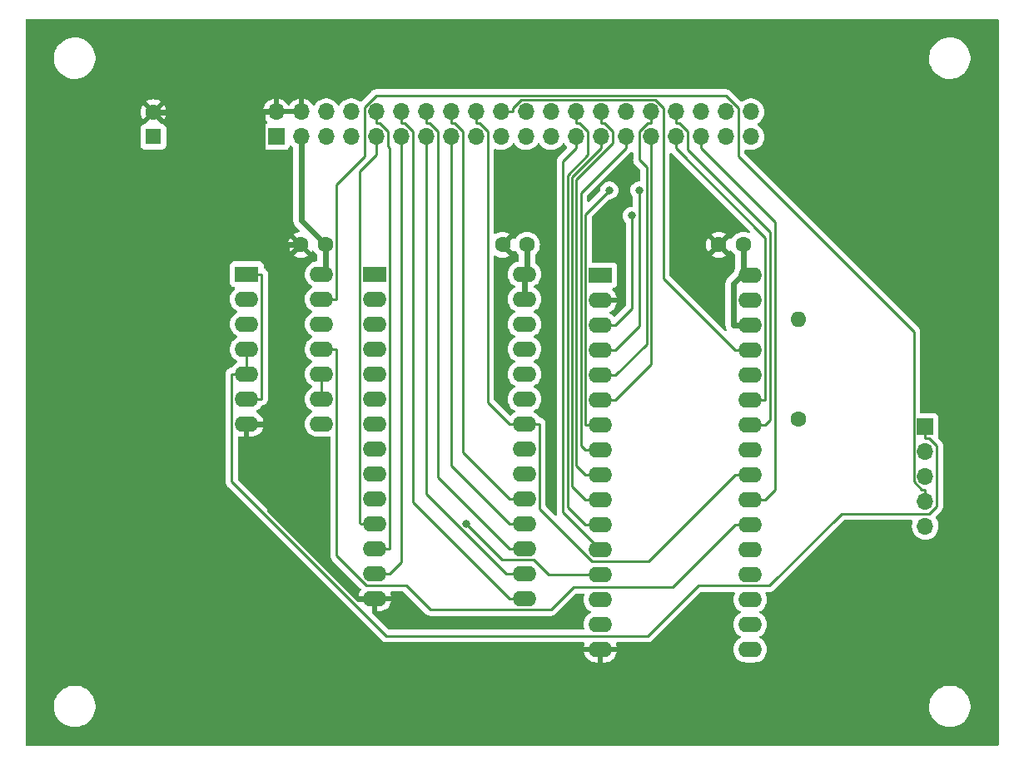
<source format=gbl>
G04 #@! TF.GenerationSoftware,KiCad,Pcbnew,(6.0.4-0)*
G04 #@! TF.CreationDate,2022-11-05T10:22:40+09:00*
G04 #@! TF.ProjectId,KZ80-MSXMEM,4b5a3830-2d4d-4535-984d-454d2e6b6963,rev?*
G04 #@! TF.SameCoordinates,PX8f0d180PY7735940*
G04 #@! TF.FileFunction,Copper,L2,Bot*
G04 #@! TF.FilePolarity,Positive*
%FSLAX46Y46*%
G04 Gerber Fmt 4.6, Leading zero omitted, Abs format (unit mm)*
G04 Created by KiCad (PCBNEW (6.0.4-0)) date 2022-11-05 10:22:40*
%MOMM*%
%LPD*%
G01*
G04 APERTURE LIST*
G04 #@! TA.AperFunction,ComponentPad*
%ADD10C,1.600000*%
G04 #@! TD*
G04 #@! TA.AperFunction,ComponentPad*
%ADD11R,1.600000X1.600000*%
G04 #@! TD*
G04 #@! TA.AperFunction,ComponentPad*
%ADD12R,1.700000X1.700000*%
G04 #@! TD*
G04 #@! TA.AperFunction,ComponentPad*
%ADD13O,1.700000X1.700000*%
G04 #@! TD*
G04 #@! TA.AperFunction,ComponentPad*
%ADD14R,2.400000X1.600000*%
G04 #@! TD*
G04 #@! TA.AperFunction,ComponentPad*
%ADD15O,2.400000X1.600000*%
G04 #@! TD*
G04 #@! TA.AperFunction,ComponentPad*
%ADD16O,1.600000X1.600000*%
G04 #@! TD*
G04 #@! TA.AperFunction,ViaPad*
%ADD17C,0.800000*%
G04 #@! TD*
G04 #@! TA.AperFunction,Conductor*
%ADD18C,0.600000*%
G04 #@! TD*
G04 #@! TA.AperFunction,Conductor*
%ADD19C,0.250000*%
G04 #@! TD*
G04 APERTURE END LIST*
D10*
X28500000Y51500000D03*
X31000000Y51500000D03*
D11*
X13500000Y62500000D03*
D10*
X13500000Y65000000D03*
X71000000Y51500000D03*
X73500000Y51500000D03*
X49000000Y51500000D03*
X51500000Y51500000D03*
D12*
X26000000Y62500000D03*
D13*
X26000000Y65040000D03*
X28540000Y62500000D03*
X28540000Y65040000D03*
X31080000Y62500000D03*
X31080000Y65040000D03*
X33620000Y62500000D03*
X33620000Y65040000D03*
X36160000Y62500000D03*
X36160000Y65040000D03*
X38700000Y62500000D03*
X38700000Y65040000D03*
X41240000Y62500000D03*
X41240000Y65040000D03*
X43780000Y62500000D03*
X43780000Y65040000D03*
X46320000Y62500000D03*
X46320000Y65040000D03*
X48860000Y62500000D03*
X48860000Y65040000D03*
X51400000Y62500000D03*
X51400000Y65040000D03*
X53940000Y62500000D03*
X53940000Y65040000D03*
X56480000Y62500000D03*
X56480000Y65040000D03*
X59020000Y62500000D03*
X59020000Y65040000D03*
X61560000Y62500000D03*
X61560000Y65040000D03*
X64100000Y62500000D03*
X64100000Y65040000D03*
X66640000Y62500000D03*
X66640000Y65040000D03*
X69180000Y62500000D03*
X69180000Y65040000D03*
X71720000Y62500000D03*
X71720000Y65040000D03*
X74260000Y62500000D03*
X74260000Y65040000D03*
D12*
X92000000Y33000000D03*
D13*
X92000000Y30460000D03*
X92000000Y27920000D03*
X92000000Y25380000D03*
X92000000Y22840000D03*
D14*
X23000000Y48500000D03*
D15*
X23000000Y45960000D03*
X23000000Y43420000D03*
X23000000Y40880000D03*
X23000000Y38340000D03*
X23000000Y35800000D03*
X23000000Y33260000D03*
X30620000Y33260000D03*
X30620000Y35800000D03*
X30620000Y38340000D03*
X30620000Y40880000D03*
X30620000Y43420000D03*
X30620000Y45960000D03*
X30620000Y48500000D03*
D14*
X36000000Y48500000D03*
D15*
X36000000Y45960000D03*
X36000000Y43420000D03*
X36000000Y40880000D03*
X36000000Y38340000D03*
X36000000Y35800000D03*
X36000000Y33260000D03*
X36000000Y30720000D03*
X36000000Y28180000D03*
X36000000Y25640000D03*
X36000000Y23100000D03*
X36000000Y20560000D03*
X36000000Y18020000D03*
X36000000Y15480000D03*
X51240000Y15480000D03*
X51240000Y18020000D03*
X51240000Y20560000D03*
X51240000Y23100000D03*
X51240000Y25640000D03*
X51240000Y28180000D03*
X51240000Y30720000D03*
X51240000Y33260000D03*
X51240000Y35800000D03*
X51240000Y38340000D03*
X51240000Y40880000D03*
X51240000Y43420000D03*
X51240000Y45960000D03*
X51240000Y48500000D03*
D14*
X58955000Y48390000D03*
D15*
X58955000Y45850000D03*
X58955000Y43310000D03*
X58955000Y40770000D03*
X58955000Y38230000D03*
X58955000Y35690000D03*
X58955000Y33150000D03*
X58955000Y30610000D03*
X58955000Y28070000D03*
X58955000Y25530000D03*
X58955000Y22990000D03*
X58955000Y20450000D03*
X58955000Y17910000D03*
X58955000Y15370000D03*
X58955000Y12830000D03*
X58955000Y10290000D03*
X74195000Y10290000D03*
X74195000Y12830000D03*
X74195000Y15370000D03*
X74195000Y17910000D03*
X74195000Y20450000D03*
X74195000Y22990000D03*
X74195000Y25530000D03*
X74195000Y28070000D03*
X74195000Y30610000D03*
X74195000Y33150000D03*
X74195000Y35690000D03*
X74195000Y38230000D03*
X74195000Y40770000D03*
X74195000Y43310000D03*
X74195000Y45850000D03*
X74195000Y48390000D03*
D10*
X79130000Y33750000D03*
D16*
X79130000Y43910000D03*
D17*
X62166500Y54451000D03*
X62923800Y57045500D03*
X59882000Y57043000D03*
X45329800Y23100000D03*
D18*
X31000000Y51500000D02*
X28540000Y53960000D01*
X73344900Y48390000D02*
X72494700Y47539800D01*
X31000000Y51500000D02*
X31000000Y48880000D01*
X51500000Y48760000D02*
X51240000Y48500000D01*
X28540000Y53960000D02*
X28540000Y62500000D01*
X74195000Y43310000D02*
X72494700Y43310000D01*
X72494700Y47539800D02*
X72494700Y43310000D01*
X74195000Y48390000D02*
X73344900Y48390000D01*
X31000000Y48880000D02*
X30620000Y48500000D01*
X51500000Y51500000D02*
X51500000Y48760000D01*
X73500000Y48545100D02*
X73344900Y48390000D01*
X73500000Y51500000D02*
X73500000Y48545100D01*
X51240000Y45960000D02*
X51240000Y48500000D01*
X24609700Y65000000D02*
X13500000Y65000000D01*
X24609700Y65000000D02*
X24609700Y53925500D01*
X27035200Y51500000D02*
X27035200Y34927900D01*
X25367300Y33260000D02*
X25367300Y24412400D01*
X27035200Y51500000D02*
X28500000Y51500000D01*
X23000000Y33260000D02*
X24700300Y33260000D01*
X36000000Y15480000D02*
X34299700Y15480000D01*
X26000000Y65040000D02*
X24649700Y65040000D01*
X24649700Y65040000D02*
X24609700Y65000000D01*
X24700300Y33260000D02*
X25367300Y33260000D01*
X24609700Y53925500D02*
X27035200Y51500000D01*
X27035200Y34927900D02*
X25367300Y33260000D01*
X25367300Y24412400D02*
X34299700Y15480000D01*
D19*
X30620000Y35800000D02*
X30620000Y38340000D01*
X62166500Y44996200D02*
X60480300Y43310000D01*
X62166500Y54451000D02*
X62166500Y44996200D01*
X58955000Y43310000D02*
X60480300Y43310000D01*
X58955000Y40770000D02*
X60480300Y40770000D01*
X62923800Y57045500D02*
X62923800Y43213500D01*
X62923800Y43213500D02*
X60480300Y40770000D01*
X69180000Y61324700D02*
X76706100Y53798600D01*
X74195000Y25530000D02*
X75720300Y25530000D01*
X76706100Y26515800D02*
X75720300Y25530000D01*
X69180000Y62500000D02*
X69180000Y61324700D01*
X76706100Y53798600D02*
X76706100Y26515800D01*
X76206900Y52813900D02*
X76206900Y33636600D01*
X67007400Y63864700D02*
X67815300Y63056800D01*
X67815300Y61205500D02*
X76206900Y52813900D01*
X66640000Y63864700D02*
X67007400Y63864700D01*
X76206900Y33636600D02*
X75720300Y33150000D01*
X67815300Y63056800D02*
X67815300Y61205500D01*
X66640000Y65040000D02*
X66640000Y63864700D01*
X74195000Y33150000D02*
X75720300Y33150000D01*
X75720300Y52244400D02*
X75720300Y35690000D01*
X66640000Y61324700D02*
X75720300Y52244400D01*
X74195000Y35690000D02*
X75720300Y35690000D01*
X66640000Y62500000D02*
X66640000Y61324700D01*
X58955000Y38230000D02*
X60480300Y38230000D01*
X64100000Y63864700D02*
X63732700Y63864700D01*
X64100000Y65040000D02*
X64100000Y63864700D01*
X62924600Y63056600D02*
X62924600Y60125900D01*
X63649600Y59400900D02*
X63649600Y41399300D01*
X63649600Y41399300D02*
X60480300Y38230000D01*
X63732700Y63864700D02*
X62924600Y63056600D01*
X62924600Y60125900D02*
X63649600Y59400900D01*
X60480300Y35690000D02*
X64100000Y39309700D01*
X64100000Y39309700D02*
X64100000Y61324700D01*
X58955000Y35690000D02*
X60480300Y35690000D01*
X64100000Y62500000D02*
X64100000Y61324700D01*
X58955000Y33150000D02*
X57429700Y33150000D01*
X57429700Y54590700D02*
X57429700Y33150000D01*
X59882000Y57043000D02*
X57429700Y54590700D01*
X56979400Y56744100D02*
X56979400Y31060300D01*
X56979400Y31060300D02*
X57429700Y30610000D01*
X61560000Y61324700D02*
X56979400Y56744100D01*
X61560000Y62500000D02*
X61560000Y61324700D01*
X58955000Y30610000D02*
X57429700Y30610000D01*
X59387300Y63864700D02*
X60215900Y63036100D01*
X59020000Y65040000D02*
X59020000Y63864700D01*
X60215900Y63036100D02*
X60215900Y61858200D01*
X56529100Y28970600D02*
X57429700Y28070000D01*
X60215900Y61858200D02*
X56529100Y58171400D01*
X58955000Y28070000D02*
X57429700Y28070000D01*
X56529100Y58171400D02*
X56529100Y28970600D01*
X59020000Y63864700D02*
X59387300Y63864700D01*
X59020000Y61324700D02*
X56078800Y58383500D01*
X59020000Y62500000D02*
X59020000Y61324700D01*
X56078800Y58383500D02*
X56078800Y26880900D01*
X56078800Y26880900D02*
X57429700Y25530000D01*
X58955000Y25530000D02*
X57429700Y25530000D01*
X57665800Y60633100D02*
X55628500Y58595800D01*
X56480000Y65040000D02*
X56480000Y63864700D01*
X57665800Y63046200D02*
X57665800Y60633100D01*
X56847300Y63864700D02*
X57665800Y63046200D01*
X55628500Y24791200D02*
X57429700Y22990000D01*
X55628500Y58595800D02*
X55628500Y24791200D01*
X58955000Y22990000D02*
X57429700Y22990000D01*
X56480000Y63864700D02*
X56847300Y63864700D01*
X55178200Y60022900D02*
X55178200Y24226800D01*
X55178200Y24226800D02*
X58955000Y20450000D01*
X56480000Y62500000D02*
X56480000Y61324700D01*
X56480000Y61324700D02*
X55178200Y60022900D01*
X50035300Y65407300D02*
X50863100Y66235100D01*
X74195000Y40770000D02*
X72669700Y40770000D01*
X50863100Y66235100D02*
X64572300Y66235100D01*
X48860000Y65040000D02*
X50035300Y65040000D01*
X65370000Y48069700D02*
X72669700Y40770000D01*
X65370000Y65437400D02*
X65370000Y48069700D01*
X50035300Y65040000D02*
X50035300Y65407300D01*
X64572300Y66235100D02*
X65370000Y65437400D01*
X46687400Y63864700D02*
X47495300Y63056800D01*
X58122900Y19286500D02*
X63886200Y19286500D01*
X74195000Y28070000D02*
X72669700Y28070000D01*
X46320000Y63864700D02*
X46687400Y63864700D01*
X51240000Y33260000D02*
X52765300Y33260000D01*
X47495300Y63056800D02*
X47495300Y35479400D01*
X63886200Y19286500D02*
X72669700Y28070000D01*
X46320000Y65040000D02*
X46320000Y63864700D01*
X51240000Y33260000D02*
X49714700Y33260000D01*
X52765300Y24644100D02*
X58122900Y19286500D01*
X47495300Y35479400D02*
X49714700Y33260000D01*
X52765300Y33260000D02*
X52765300Y24644100D01*
X43780000Y65040000D02*
X43780000Y63864700D01*
X43780000Y63864700D02*
X44147400Y63864700D01*
X51240000Y25640000D02*
X49714700Y25640000D01*
X44985500Y63026600D02*
X44985500Y30369200D01*
X44985500Y30369200D02*
X49714700Y25640000D01*
X44147400Y63864700D02*
X44985500Y63026600D01*
X51240000Y23100000D02*
X49714700Y23100000D01*
X43780000Y29034700D02*
X43780000Y61324700D01*
X49714700Y23100000D02*
X43780000Y29034700D01*
X43780000Y62500000D02*
X43780000Y61324700D01*
X41607400Y63864700D02*
X42415300Y63056800D01*
X41240000Y63864700D02*
X41607400Y63864700D01*
X51240000Y20560000D02*
X49714700Y20560000D01*
X42415300Y27859400D02*
X49714700Y20560000D01*
X41240000Y65040000D02*
X41240000Y63864700D01*
X42415300Y63056800D02*
X42415300Y27859400D01*
X41240000Y26164100D02*
X49384100Y18020000D01*
X51240000Y18020000D02*
X49714700Y18020000D01*
X41240000Y62500000D02*
X41240000Y26164100D01*
X49384100Y18020000D02*
X49714700Y18020000D01*
X39875300Y63056800D02*
X39875300Y25319400D01*
X38700000Y63864700D02*
X39067400Y63864700D01*
X39875300Y25319400D02*
X49714700Y15480000D01*
X51240000Y15480000D02*
X49714700Y15480000D01*
X38700000Y65040000D02*
X38700000Y63864700D01*
X39067400Y63864700D02*
X39875300Y63056800D01*
X38700000Y62500000D02*
X38700000Y19194700D01*
X38700000Y19194700D02*
X37525300Y18020000D01*
X36000000Y18020000D02*
X37525300Y18020000D01*
X37525300Y61324700D02*
X37525300Y20560000D01*
X36160000Y63864700D02*
X36527400Y63864700D01*
X36000000Y20560000D02*
X37525300Y20560000D01*
X36160000Y65040000D02*
X36160000Y63864700D01*
X37335300Y61514700D02*
X37525300Y61324700D01*
X36527400Y63864700D02*
X37335300Y63056800D01*
X37335300Y63056800D02*
X37335300Y61514700D01*
X58955000Y17910000D02*
X53681500Y17910000D01*
X36160000Y62500000D02*
X36160000Y61324700D01*
X36160000Y60687800D02*
X36160000Y61324700D01*
X34587300Y23100000D02*
X34474700Y23212600D01*
X52156900Y19434600D02*
X48995200Y19434600D01*
X36000000Y23100000D02*
X34587300Y23100000D01*
X53681500Y17910000D02*
X52156900Y19434600D01*
X34474700Y59002500D02*
X36160000Y60687800D01*
X34474700Y23212600D02*
X34474700Y59002500D01*
X48995200Y19434600D02*
X45329800Y23100000D01*
X90824700Y27363200D02*
X90824700Y42657300D01*
X72990000Y65433500D02*
X71738000Y66685500D01*
X34984700Y65530800D02*
X34984700Y60467700D01*
X32145300Y57628300D02*
X32145300Y45960000D01*
X92000000Y26555300D02*
X91632600Y26555300D01*
X30620000Y45960000D02*
X32145300Y45960000D01*
X71738000Y66685500D02*
X36139400Y66685500D01*
X36139400Y66685500D02*
X34984700Y65530800D01*
X90824700Y42657300D02*
X72990000Y60492000D01*
X91632600Y26555300D02*
X90824700Y27363200D01*
X34984700Y60467700D02*
X32145300Y57628300D01*
X72990000Y60492000D02*
X72990000Y65433500D01*
X92000000Y25380000D02*
X92000000Y26555300D01*
X21474700Y27367100D02*
X21474700Y38340000D01*
X68908800Y16784600D02*
X63787300Y11663100D01*
X23000000Y38340000D02*
X21474700Y38340000D01*
X92367300Y31824700D02*
X93176500Y31015500D01*
X92000000Y31824700D02*
X92367300Y31824700D01*
X23000000Y40880000D02*
X23000000Y38340000D01*
X76158800Y16784600D02*
X68908800Y16784600D01*
X92417600Y24110000D02*
X83484200Y24110000D01*
X37178700Y11663100D02*
X21474700Y27367100D01*
X93176500Y24868900D02*
X92417600Y24110000D01*
X92000000Y33000000D02*
X92000000Y31824700D01*
X83484200Y24110000D02*
X76158800Y16784600D01*
X93176500Y31015500D02*
X93176500Y24868900D01*
X63787300Y11663100D02*
X37178700Y11663100D01*
X23000000Y35800000D02*
X24525300Y35800000D01*
X23000000Y48500000D02*
X24525300Y48500000D01*
X24525300Y48500000D02*
X24525300Y35800000D01*
X41690300Y14347400D02*
X53939300Y14347400D01*
X66319700Y16640000D02*
X72669700Y22990000D01*
X74195000Y22990000D02*
X72669700Y22990000D01*
X30620000Y40880000D02*
X32145300Y40880000D01*
X56231900Y16640000D02*
X66319700Y16640000D01*
X35163100Y16823900D02*
X39213800Y16823900D01*
X32145300Y19841700D02*
X35163100Y16823900D01*
X53939300Y14347400D02*
X56231900Y16640000D01*
X39213800Y16823900D02*
X41690300Y14347400D01*
X32145300Y40880000D02*
X32145300Y19841700D01*
G04 #@! TA.AperFunction,Conductor*
G36*
X99433621Y74471498D02*
G01*
X99480114Y74417842D01*
X99491500Y74365500D01*
X99491500Y634500D01*
X99471498Y566379D01*
X99417842Y519886D01*
X99365500Y508500D01*
X634500Y508500D01*
X566379Y528502D01*
X519886Y582158D01*
X508500Y634500D01*
X508500Y4367297D01*
X3390743Y4367297D01*
X3428268Y4082266D01*
X3504129Y3804964D01*
X3616923Y3540524D01*
X3764561Y3293839D01*
X3944313Y3069472D01*
X4152851Y2871577D01*
X4386317Y2703814D01*
X4390112Y2701805D01*
X4390113Y2701804D01*
X4411869Y2690285D01*
X4640392Y2569288D01*
X4910373Y2470489D01*
X5191264Y2409245D01*
X5219841Y2406996D01*
X5414282Y2391693D01*
X5414291Y2391693D01*
X5416739Y2391500D01*
X5572271Y2391500D01*
X5574407Y2391646D01*
X5574418Y2391646D01*
X5782548Y2405835D01*
X5782554Y2405836D01*
X5786825Y2406127D01*
X5791020Y2406996D01*
X5791022Y2406996D01*
X5927584Y2435277D01*
X6068342Y2464426D01*
X6339343Y2560393D01*
X6594812Y2692250D01*
X6598313Y2694711D01*
X6598317Y2694713D01*
X6712418Y2774905D01*
X6830023Y2857559D01*
X7040622Y3053260D01*
X7222713Y3275732D01*
X7372927Y3520858D01*
X7488483Y3784102D01*
X7567244Y4060594D01*
X7607751Y4345216D01*
X7607845Y4363049D01*
X7607867Y4367297D01*
X92390743Y4367297D01*
X92428268Y4082266D01*
X92504129Y3804964D01*
X92616923Y3540524D01*
X92764561Y3293839D01*
X92944313Y3069472D01*
X93152851Y2871577D01*
X93386317Y2703814D01*
X93390112Y2701805D01*
X93390113Y2701804D01*
X93411869Y2690285D01*
X93640392Y2569288D01*
X93910373Y2470489D01*
X94191264Y2409245D01*
X94219841Y2406996D01*
X94414282Y2391693D01*
X94414291Y2391693D01*
X94416739Y2391500D01*
X94572271Y2391500D01*
X94574407Y2391646D01*
X94574418Y2391646D01*
X94782548Y2405835D01*
X94782554Y2405836D01*
X94786825Y2406127D01*
X94791020Y2406996D01*
X94791022Y2406996D01*
X94927584Y2435277D01*
X95068342Y2464426D01*
X95339343Y2560393D01*
X95594812Y2692250D01*
X95598313Y2694711D01*
X95598317Y2694713D01*
X95712418Y2774905D01*
X95830023Y2857559D01*
X96040622Y3053260D01*
X96222713Y3275732D01*
X96372927Y3520858D01*
X96488483Y3784102D01*
X96567244Y4060594D01*
X96607751Y4345216D01*
X96607845Y4363049D01*
X96609235Y4628417D01*
X96609235Y4628424D01*
X96609257Y4632703D01*
X96571732Y4917734D01*
X96495871Y5195036D01*
X96383077Y5459476D01*
X96235439Y5706161D01*
X96055687Y5930528D01*
X95847149Y6128423D01*
X95613683Y6296186D01*
X95591843Y6307750D01*
X95568654Y6320028D01*
X95359608Y6430712D01*
X95089627Y6529511D01*
X94808736Y6590755D01*
X94777685Y6593199D01*
X94585718Y6608307D01*
X94585709Y6608307D01*
X94583261Y6608500D01*
X94427729Y6608500D01*
X94425593Y6608354D01*
X94425582Y6608354D01*
X94217452Y6594165D01*
X94217446Y6594164D01*
X94213175Y6593873D01*
X94208980Y6593004D01*
X94208978Y6593004D01*
X94072417Y6564724D01*
X93931658Y6535574D01*
X93660657Y6439607D01*
X93405188Y6307750D01*
X93401687Y6305289D01*
X93401683Y6305287D01*
X93391594Y6298196D01*
X93169977Y6142441D01*
X92959378Y5946740D01*
X92777287Y5724268D01*
X92627073Y5479142D01*
X92511517Y5215898D01*
X92432756Y4939406D01*
X92392249Y4654784D01*
X92392227Y4650495D01*
X92392226Y4650488D01*
X92390765Y4371583D01*
X92390743Y4367297D01*
X7607867Y4367297D01*
X7609235Y4628417D01*
X7609235Y4628424D01*
X7609257Y4632703D01*
X7571732Y4917734D01*
X7495871Y5195036D01*
X7383077Y5459476D01*
X7235439Y5706161D01*
X7055687Y5930528D01*
X6847149Y6128423D01*
X6613683Y6296186D01*
X6591843Y6307750D01*
X6568654Y6320028D01*
X6359608Y6430712D01*
X6089627Y6529511D01*
X5808736Y6590755D01*
X5777685Y6593199D01*
X5585718Y6608307D01*
X5585709Y6608307D01*
X5583261Y6608500D01*
X5427729Y6608500D01*
X5425593Y6608354D01*
X5425582Y6608354D01*
X5217452Y6594165D01*
X5217446Y6594164D01*
X5213175Y6593873D01*
X5208980Y6593004D01*
X5208978Y6593004D01*
X5072417Y6564724D01*
X4931658Y6535574D01*
X4660657Y6439607D01*
X4405188Y6307750D01*
X4401687Y6305289D01*
X4401683Y6305287D01*
X4391594Y6298196D01*
X4169977Y6142441D01*
X3959378Y5946740D01*
X3777287Y5724268D01*
X3627073Y5479142D01*
X3511517Y5215898D01*
X3432756Y4939406D01*
X3392249Y4654784D01*
X3392227Y4650495D01*
X3392226Y4650488D01*
X3390765Y4371583D01*
X3390743Y4367297D01*
X508500Y4367297D01*
X508500Y10023478D01*
X57272273Y10023478D01*
X57319764Y9846239D01*
X57323510Y9835947D01*
X57415586Y9638489D01*
X57421069Y9628993D01*
X57546028Y9450533D01*
X57553084Y9442125D01*
X57707125Y9288084D01*
X57715533Y9281028D01*
X57893993Y9156069D01*
X57903489Y9150586D01*
X58100947Y9058510D01*
X58111239Y9054764D01*
X58321688Y8998375D01*
X58332481Y8996472D01*
X58495170Y8982238D01*
X58500635Y8982000D01*
X58682885Y8982000D01*
X58698124Y8986475D01*
X58699329Y8987865D01*
X58701000Y8995548D01*
X58701000Y9000115D01*
X59209000Y9000115D01*
X59213475Y8984876D01*
X59214865Y8983671D01*
X59222548Y8982000D01*
X59409365Y8982000D01*
X59414830Y8982238D01*
X59577519Y8996472D01*
X59588312Y8998375D01*
X59798761Y9054764D01*
X59809053Y9058510D01*
X60006511Y9150586D01*
X60016007Y9156069D01*
X60194467Y9281028D01*
X60202875Y9288084D01*
X60356916Y9442125D01*
X60363972Y9450533D01*
X60488931Y9628993D01*
X60494414Y9638489D01*
X60586490Y9835947D01*
X60590236Y9846239D01*
X60636394Y10018503D01*
X60636058Y10032599D01*
X60628116Y10036000D01*
X59227115Y10036000D01*
X59211876Y10031525D01*
X59210671Y10030135D01*
X59209000Y10022452D01*
X59209000Y9000115D01*
X58701000Y9000115D01*
X58701000Y10017885D01*
X58696525Y10033124D01*
X58695135Y10034329D01*
X58687452Y10036000D01*
X57287033Y10036000D01*
X57273502Y10032027D01*
X57272273Y10023478D01*
X508500Y10023478D01*
X508500Y38380094D01*
X20837425Y38380094D01*
X20840292Y38334525D01*
X20840951Y38324049D01*
X20841200Y38316138D01*
X20841200Y27445867D01*
X20840673Y27434684D01*
X20838998Y27427191D01*
X20839247Y27419265D01*
X20839247Y27419264D01*
X20841138Y27359114D01*
X20841200Y27355155D01*
X20841200Y27327244D01*
X20841697Y27323310D01*
X20841697Y27323309D01*
X20841705Y27323244D01*
X20842638Y27311407D01*
X20844027Y27267211D01*
X20849678Y27247761D01*
X20853687Y27228400D01*
X20856226Y27208303D01*
X20859145Y27200932D01*
X20859145Y27200930D01*
X20872504Y27167188D01*
X20876349Y27155958D01*
X20888682Y27113507D01*
X20892715Y27106688D01*
X20892717Y27106683D01*
X20898993Y27096072D01*
X20907688Y27078324D01*
X20915148Y27059483D01*
X20919810Y27053067D01*
X20919810Y27053066D01*
X20941136Y27023713D01*
X20947652Y27013793D01*
X20949959Y27009893D01*
X20970158Y26975738D01*
X20984479Y26961417D01*
X20997319Y26946384D01*
X21009228Y26929993D01*
X21033395Y26910000D01*
X21043305Y26901802D01*
X21052084Y26893812D01*
X36675048Y11270847D01*
X36682588Y11262561D01*
X36686700Y11256082D01*
X36692477Y11250657D01*
X36736351Y11209457D01*
X36739193Y11206702D01*
X36758930Y11186965D01*
X36762127Y11184485D01*
X36771147Y11176782D01*
X36803379Y11146514D01*
X36810325Y11142695D01*
X36810328Y11142693D01*
X36821134Y11136752D01*
X36837653Y11125901D01*
X36853659Y11113486D01*
X36860928Y11110341D01*
X36860932Y11110338D01*
X36894237Y11095926D01*
X36904887Y11090709D01*
X36943640Y11069405D01*
X36951315Y11067434D01*
X36951316Y11067434D01*
X36963262Y11064367D01*
X36981967Y11057963D01*
X37000555Y11049919D01*
X37008378Y11048680D01*
X37008388Y11048677D01*
X37044224Y11043001D01*
X37055844Y11040595D01*
X37087659Y11032427D01*
X37098670Y11029600D01*
X37118924Y11029600D01*
X37138634Y11028049D01*
X37158643Y11024880D01*
X37166535Y11025626D01*
X37185280Y11027398D01*
X37202662Y11029041D01*
X37214519Y11029600D01*
X57258882Y11029600D01*
X57327003Y11009598D01*
X57373496Y10955942D01*
X57383600Y10885668D01*
X57373077Y10850350D01*
X57323510Y10744053D01*
X57319764Y10733761D01*
X57273606Y10561497D01*
X57273942Y10547401D01*
X57281884Y10544000D01*
X60622967Y10544000D01*
X60636498Y10547973D01*
X60637727Y10556522D01*
X60590236Y10733761D01*
X60586490Y10744053D01*
X60536923Y10850350D01*
X60526262Y10920542D01*
X60555242Y10985355D01*
X60614662Y11024211D01*
X60651118Y11029600D01*
X63708533Y11029600D01*
X63719716Y11029073D01*
X63727209Y11027398D01*
X63735135Y11027647D01*
X63735136Y11027647D01*
X63795286Y11029538D01*
X63799245Y11029600D01*
X63827156Y11029600D01*
X63831091Y11030097D01*
X63831156Y11030105D01*
X63842993Y11031038D01*
X63875251Y11032052D01*
X63879270Y11032178D01*
X63887189Y11032427D01*
X63906643Y11038079D01*
X63926000Y11042087D01*
X63938230Y11043632D01*
X63938231Y11043632D01*
X63946097Y11044626D01*
X63953468Y11047545D01*
X63953470Y11047545D01*
X63987212Y11060904D01*
X63998442Y11064749D01*
X64033283Y11074871D01*
X64033284Y11074871D01*
X64040893Y11077082D01*
X64047712Y11081115D01*
X64047717Y11081117D01*
X64058328Y11087393D01*
X64076076Y11096088D01*
X64094917Y11103548D01*
X64130687Y11129536D01*
X64140607Y11136052D01*
X64171835Y11154520D01*
X64171838Y11154522D01*
X64178662Y11158558D01*
X64192983Y11172879D01*
X64208017Y11185720D01*
X64217994Y11192969D01*
X64224407Y11197628D01*
X64252598Y11231705D01*
X64260588Y11240484D01*
X69134300Y16114195D01*
X69196612Y16148221D01*
X69223395Y16151100D01*
X72517682Y16151100D01*
X72585803Y16131098D01*
X72632296Y16077442D01*
X72642400Y16007168D01*
X72631877Y15971851D01*
X72564448Y15827247D01*
X72560716Y15819243D01*
X72559294Y15813935D01*
X72559293Y15813933D01*
X72504113Y15608000D01*
X72501457Y15598087D01*
X72481502Y15370000D01*
X72501457Y15141913D01*
X72502881Y15136600D01*
X72502881Y15136598D01*
X72544601Y14980900D01*
X72560716Y14920757D01*
X72563039Y14915776D01*
X72563039Y14915775D01*
X72655151Y14718238D01*
X72655154Y14718233D01*
X72657477Y14713251D01*
X72788802Y14525700D01*
X72950700Y14363802D01*
X72955208Y14360645D01*
X72955211Y14360643D01*
X73033389Y14305902D01*
X73138251Y14232477D01*
X73143233Y14230154D01*
X73143238Y14230151D01*
X73177457Y14214195D01*
X73230742Y14167278D01*
X73250203Y14099001D01*
X73229661Y14031041D01*
X73177457Y13985805D01*
X73143238Y13969849D01*
X73143233Y13969846D01*
X73138251Y13967523D01*
X73111658Y13948902D01*
X72955211Y13839357D01*
X72955208Y13839355D01*
X72950700Y13836198D01*
X72788802Y13674300D01*
X72657477Y13486749D01*
X72655154Y13481767D01*
X72655151Y13481762D01*
X72563039Y13284225D01*
X72560716Y13279243D01*
X72501457Y13058087D01*
X72481502Y12830000D01*
X72501457Y12601913D01*
X72560716Y12380757D01*
X72563039Y12375776D01*
X72563039Y12375775D01*
X72655151Y12178238D01*
X72655154Y12178233D01*
X72657477Y12173251D01*
X72788802Y11985700D01*
X72950700Y11823802D01*
X72955208Y11820645D01*
X72955211Y11820643D01*
X73033389Y11765902D01*
X73138251Y11692477D01*
X73143233Y11690154D01*
X73143238Y11690151D01*
X73177457Y11674195D01*
X73230742Y11627278D01*
X73250203Y11559001D01*
X73229661Y11491041D01*
X73177457Y11445805D01*
X73143238Y11429849D01*
X73143233Y11429846D01*
X73138251Y11427523D01*
X73033389Y11354098D01*
X72955211Y11299357D01*
X72955208Y11299355D01*
X72950700Y11296198D01*
X72788802Y11134300D01*
X72785645Y11129792D01*
X72785643Y11129789D01*
X72737409Y11060904D01*
X72657477Y10946749D01*
X72655154Y10941767D01*
X72655151Y10941762D01*
X72563039Y10744225D01*
X72560716Y10739243D01*
X72501457Y10518087D01*
X72481502Y10290000D01*
X72501457Y10061913D01*
X72502881Y10056600D01*
X72502881Y10056598D01*
X72512031Y10022452D01*
X72560716Y9840757D01*
X72563039Y9835776D01*
X72563039Y9835775D01*
X72655151Y9638238D01*
X72655154Y9638233D01*
X72657477Y9633251D01*
X72788802Y9445700D01*
X72950700Y9283802D01*
X72955208Y9280645D01*
X72955211Y9280643D01*
X73033389Y9225902D01*
X73138251Y9152477D01*
X73143233Y9150154D01*
X73143238Y9150151D01*
X73339765Y9058510D01*
X73345757Y9055716D01*
X73351065Y9054294D01*
X73351067Y9054293D01*
X73561598Y8997881D01*
X73561600Y8997881D01*
X73566913Y8996457D01*
X73665120Y8987865D01*
X73735149Y8981738D01*
X73735156Y8981738D01*
X73737873Y8981500D01*
X74652127Y8981500D01*
X74654844Y8981738D01*
X74654851Y8981738D01*
X74724880Y8987865D01*
X74823087Y8996457D01*
X74828400Y8997881D01*
X74828402Y8997881D01*
X75038933Y9054293D01*
X75038935Y9054294D01*
X75044243Y9055716D01*
X75050235Y9058510D01*
X75246762Y9150151D01*
X75246767Y9150154D01*
X75251749Y9152477D01*
X75356611Y9225902D01*
X75434789Y9280643D01*
X75434792Y9280645D01*
X75439300Y9283802D01*
X75601198Y9445700D01*
X75732523Y9633251D01*
X75734846Y9638233D01*
X75734849Y9638238D01*
X75826961Y9835775D01*
X75826961Y9835776D01*
X75829284Y9840757D01*
X75877970Y10022452D01*
X75887119Y10056598D01*
X75887119Y10056600D01*
X75888543Y10061913D01*
X75908498Y10290000D01*
X75888543Y10518087D01*
X75829284Y10739243D01*
X75826961Y10744225D01*
X75734849Y10941762D01*
X75734846Y10941767D01*
X75732523Y10946749D01*
X75652591Y11060904D01*
X75604357Y11129789D01*
X75604355Y11129792D01*
X75601198Y11134300D01*
X75439300Y11296198D01*
X75434792Y11299355D01*
X75434789Y11299357D01*
X75356611Y11354098D01*
X75251749Y11427523D01*
X75246767Y11429846D01*
X75246762Y11429849D01*
X75212543Y11445805D01*
X75159258Y11492722D01*
X75139797Y11560999D01*
X75160339Y11628959D01*
X75212543Y11674195D01*
X75246762Y11690151D01*
X75246767Y11690154D01*
X75251749Y11692477D01*
X75356611Y11765902D01*
X75434789Y11820643D01*
X75434792Y11820645D01*
X75439300Y11823802D01*
X75601198Y11985700D01*
X75732523Y12173251D01*
X75734846Y12178233D01*
X75734849Y12178238D01*
X75826961Y12375775D01*
X75826961Y12375776D01*
X75829284Y12380757D01*
X75888543Y12601913D01*
X75908498Y12830000D01*
X75888543Y13058087D01*
X75829284Y13279243D01*
X75826961Y13284225D01*
X75734849Y13481762D01*
X75734846Y13481767D01*
X75732523Y13486749D01*
X75601198Y13674300D01*
X75439300Y13836198D01*
X75434792Y13839355D01*
X75434789Y13839357D01*
X75278342Y13948902D01*
X75251749Y13967523D01*
X75246767Y13969846D01*
X75246762Y13969849D01*
X75212543Y13985805D01*
X75159258Y14032722D01*
X75139797Y14100999D01*
X75160339Y14168959D01*
X75212543Y14214195D01*
X75246762Y14230151D01*
X75246767Y14230154D01*
X75251749Y14232477D01*
X75356611Y14305902D01*
X75434789Y14360643D01*
X75434792Y14360645D01*
X75439300Y14363802D01*
X75601198Y14525700D01*
X75732523Y14713251D01*
X75734846Y14718233D01*
X75734849Y14718238D01*
X75826961Y14915775D01*
X75826961Y14915776D01*
X75829284Y14920757D01*
X75845400Y14980900D01*
X75887119Y15136598D01*
X75887119Y15136600D01*
X75888543Y15141913D01*
X75908498Y15370000D01*
X75888543Y15598087D01*
X75885887Y15608000D01*
X75830707Y15813933D01*
X75830706Y15813935D01*
X75829284Y15819243D01*
X75825552Y15827247D01*
X75758123Y15971851D01*
X75747462Y16042042D01*
X75776442Y16106855D01*
X75835862Y16145711D01*
X75872318Y16151100D01*
X76080033Y16151100D01*
X76091216Y16150573D01*
X76098709Y16148898D01*
X76106635Y16149147D01*
X76106636Y16149147D01*
X76166786Y16151038D01*
X76170745Y16151100D01*
X76198656Y16151100D01*
X76202591Y16151597D01*
X76202656Y16151605D01*
X76214493Y16152538D01*
X76246751Y16153552D01*
X76250770Y16153678D01*
X76258689Y16153927D01*
X76278143Y16159579D01*
X76297500Y16163587D01*
X76309730Y16165132D01*
X76309731Y16165132D01*
X76317597Y16166126D01*
X76324968Y16169045D01*
X76324970Y16169045D01*
X76358712Y16182404D01*
X76369942Y16186249D01*
X76404783Y16196371D01*
X76404784Y16196371D01*
X76412393Y16198582D01*
X76419212Y16202615D01*
X76419217Y16202617D01*
X76429828Y16208893D01*
X76447576Y16217588D01*
X76466417Y16225048D01*
X76502187Y16251036D01*
X76512107Y16257552D01*
X76543335Y16276020D01*
X76543338Y16276022D01*
X76550162Y16280058D01*
X76564483Y16294379D01*
X76579517Y16307220D01*
X76595907Y16319128D01*
X76624098Y16353205D01*
X76632088Y16361984D01*
X83709700Y23439595D01*
X83772012Y23473621D01*
X83798795Y23476500D01*
X90601527Y23476500D01*
X90669648Y23456498D01*
X90716141Y23402842D01*
X90726245Y23332568D01*
X90720745Y23310818D01*
X90720688Y23310695D01*
X90660989Y23095430D01*
X90637251Y22873305D01*
X90637548Y22868152D01*
X90637548Y22868149D01*
X90642891Y22775493D01*
X90650110Y22650285D01*
X90651247Y22645239D01*
X90651248Y22645233D01*
X90656621Y22621393D01*
X90699222Y22432361D01*
X90783266Y22225384D01*
X90899987Y22034912D01*
X91046250Y21866062D01*
X91218126Y21723368D01*
X91411000Y21610662D01*
X91619692Y21530970D01*
X91624760Y21529939D01*
X91624763Y21529938D01*
X91732017Y21508117D01*
X91838597Y21486433D01*
X91843772Y21486243D01*
X91843774Y21486243D01*
X92056673Y21478436D01*
X92056677Y21478436D01*
X92061837Y21478247D01*
X92066957Y21478903D01*
X92066959Y21478903D01*
X92278288Y21505975D01*
X92278289Y21505975D01*
X92283416Y21506632D01*
X92288366Y21508117D01*
X92492429Y21569339D01*
X92492434Y21569341D01*
X92497384Y21570826D01*
X92697994Y21669104D01*
X92879860Y21798827D01*
X93038096Y21956511D01*
X93057707Y21983802D01*
X93165435Y22133723D01*
X93168453Y22137923D01*
X93267430Y22338189D01*
X93326567Y22532832D01*
X93330865Y22546977D01*
X93330865Y22546979D01*
X93332370Y22551931D01*
X93361529Y22773410D01*
X93361737Y22781906D01*
X93363074Y22836635D01*
X93363074Y22836639D01*
X93363156Y22840000D01*
X93344852Y23062639D01*
X93290431Y23279298D01*
X93201354Y23484160D01*
X93131460Y23592200D01*
X93082824Y23667380D01*
X93082822Y23667383D01*
X93080014Y23671723D01*
X93063344Y23690043D01*
X93032292Y23753889D01*
X93040686Y23824388D01*
X93067442Y23863938D01*
X93568747Y24365243D01*
X93577037Y24372787D01*
X93583518Y24376900D01*
X93630159Y24426568D01*
X93632913Y24429409D01*
X93652635Y24449131D01*
X93655112Y24452324D01*
X93662817Y24461345D01*
X93687659Y24487800D01*
X93693086Y24493579D01*
X93699713Y24505634D01*
X93702846Y24511332D01*
X93713702Y24527859D01*
X93721257Y24537598D01*
X93721258Y24537600D01*
X93726114Y24543860D01*
X93743674Y24584440D01*
X93748891Y24595088D01*
X93766375Y24626891D01*
X93766376Y24626893D01*
X93770195Y24633840D01*
X93775233Y24653463D01*
X93781637Y24672166D01*
X93786533Y24683480D01*
X93786533Y24683481D01*
X93789681Y24690755D01*
X93790920Y24698578D01*
X93790923Y24698588D01*
X93796599Y24734424D01*
X93799005Y24746044D01*
X93808028Y24781189D01*
X93808028Y24781190D01*
X93810000Y24788870D01*
X93810000Y24809124D01*
X93811551Y24828835D01*
X93813480Y24841014D01*
X93814720Y24848843D01*
X93810559Y24892862D01*
X93810000Y24904719D01*
X93810000Y30936732D01*
X93810527Y30947915D01*
X93812202Y30955408D01*
X93810062Y31023499D01*
X93810000Y31027456D01*
X93810000Y31055356D01*
X93809496Y31059347D01*
X93808563Y31071189D01*
X93807535Y31103918D01*
X93807174Y31115389D01*
X93801521Y31134848D01*
X93797512Y31154207D01*
X93796283Y31163933D01*
X93794974Y31174297D01*
X93792058Y31181663D01*
X93792056Y31181669D01*
X93778700Y31215402D01*
X93774855Y31226632D01*
X93764730Y31261483D01*
X93764730Y31261484D01*
X93762519Y31269093D01*
X93752205Y31286534D01*
X93743508Y31304287D01*
X93738972Y31315742D01*
X93736052Y31323117D01*
X93710063Y31358888D01*
X93703547Y31368808D01*
X93685078Y31400037D01*
X93681042Y31406862D01*
X93666721Y31421183D01*
X93653880Y31436217D01*
X93646631Y31446194D01*
X93641972Y31452607D01*
X93635867Y31457658D01*
X93635862Y31457663D01*
X93607896Y31480799D01*
X93599118Y31488787D01*
X93325410Y31762495D01*
X93291384Y31824807D01*
X93296449Y31895622D01*
X93298930Y31901047D01*
X93300615Y31903295D01*
X93305272Y31915716D01*
X93336174Y31998148D01*
X93351745Y32039684D01*
X93358500Y32101866D01*
X93358500Y33898134D01*
X93351745Y33960316D01*
X93300615Y34096705D01*
X93213261Y34213261D01*
X93096705Y34300615D01*
X92960316Y34351745D01*
X92898134Y34358500D01*
X91584200Y34358500D01*
X91516079Y34378502D01*
X91469586Y34432158D01*
X91458200Y34484500D01*
X91458200Y42578532D01*
X91458727Y42589715D01*
X91460402Y42597208D01*
X91459752Y42617881D01*
X91458262Y42665306D01*
X91458200Y42669264D01*
X91458200Y42697156D01*
X91457696Y42701147D01*
X91456763Y42712989D01*
X91456094Y42734293D01*
X91455374Y42757189D01*
X91451608Y42770151D01*
X91449721Y42776648D01*
X91445712Y42796007D01*
X91444317Y42807049D01*
X91443174Y42816097D01*
X91440258Y42823463D01*
X91440256Y42823469D01*
X91426900Y42857202D01*
X91423055Y42868432D01*
X91412930Y42903283D01*
X91412930Y42903284D01*
X91410719Y42910893D01*
X91400405Y42928334D01*
X91391708Y42946087D01*
X91387172Y42957542D01*
X91384252Y42964917D01*
X91358263Y43000688D01*
X91351747Y43010608D01*
X91333278Y43041837D01*
X91329242Y43048662D01*
X91314921Y43062983D01*
X91302080Y43078017D01*
X91294831Y43087994D01*
X91290172Y43094407D01*
X91256095Y43122598D01*
X91247316Y43130588D01*
X73660405Y60717500D01*
X73626379Y60779812D01*
X73623500Y60806595D01*
X73623500Y61105811D01*
X73643502Y61173932D01*
X73697158Y61220425D01*
X73767432Y61230529D01*
X73794449Y61223521D01*
X73802557Y61220425D01*
X73879692Y61190970D01*
X73884760Y61189939D01*
X73884763Y61189938D01*
X73963436Y61173932D01*
X74098597Y61146433D01*
X74103772Y61146243D01*
X74103774Y61146243D01*
X74316673Y61138436D01*
X74316677Y61138436D01*
X74321837Y61138247D01*
X74326957Y61138903D01*
X74326959Y61138903D01*
X74538288Y61165975D01*
X74538289Y61165975D01*
X74543416Y61166632D01*
X74567748Y61173932D01*
X74752429Y61229339D01*
X74752434Y61229341D01*
X74757384Y61230826D01*
X74957994Y61329104D01*
X75139860Y61458827D01*
X75298096Y61616511D01*
X75428453Y61797923D01*
X75449320Y61840143D01*
X75525136Y61993547D01*
X75525137Y61993549D01*
X75527430Y61998189D01*
X75592370Y62211931D01*
X75621529Y62433410D01*
X75623156Y62500000D01*
X75604852Y62722639D01*
X75550431Y62939298D01*
X75461354Y63144160D01*
X75340014Y63331723D01*
X75189670Y63496949D01*
X75185619Y63500148D01*
X75185615Y63500152D01*
X75018414Y63632200D01*
X75018410Y63632202D01*
X75014359Y63635402D01*
X74973053Y63658204D01*
X74923084Y63708636D01*
X74908312Y63778079D01*
X74933428Y63844484D01*
X74960780Y63871091D01*
X75004603Y63902350D01*
X75139860Y63998827D01*
X75164906Y64023785D01*
X75264686Y64123218D01*
X75298096Y64156511D01*
X75385749Y64278493D01*
X75425435Y64333723D01*
X75428453Y64337923D01*
X75441995Y64365322D01*
X75525136Y64533547D01*
X75525137Y64533549D01*
X75527430Y64538189D01*
X75592370Y64751931D01*
X75621529Y64973410D01*
X75622151Y64998868D01*
X75623074Y65036635D01*
X75623074Y65036639D01*
X75623156Y65040000D01*
X75604852Y65262639D01*
X75550431Y65479298D01*
X75461354Y65684160D01*
X75340014Y65871723D01*
X75189670Y66036949D01*
X75185619Y66040148D01*
X75185615Y66040152D01*
X75018414Y66172200D01*
X75018410Y66172202D01*
X75014359Y66175402D01*
X74978028Y66195458D01*
X74905969Y66235236D01*
X74818789Y66283362D01*
X74813920Y66285086D01*
X74813916Y66285088D01*
X74613087Y66356205D01*
X74613083Y66356206D01*
X74608212Y66357931D01*
X74603119Y66358838D01*
X74603116Y66358839D01*
X74393373Y66396200D01*
X74393367Y66396201D01*
X74388284Y66397106D01*
X74314452Y66398008D01*
X74170081Y66399772D01*
X74170079Y66399772D01*
X74164911Y66399835D01*
X73944091Y66366045D01*
X73731756Y66296643D01*
X73533607Y66193493D01*
X73529474Y66190390D01*
X73529471Y66190388D01*
X73509512Y66175402D01*
X73388181Y66084304D01*
X73321699Y66059399D01*
X73252303Y66074391D01*
X73223435Y66095970D01*
X72241652Y67077753D01*
X72234112Y67086039D01*
X72230000Y67092518D01*
X72180348Y67139144D01*
X72177507Y67141898D01*
X72157770Y67161635D01*
X72154573Y67164115D01*
X72145551Y67171820D01*
X72132116Y67184436D01*
X72113321Y67202086D01*
X72106375Y67205905D01*
X72106372Y67205907D01*
X72095566Y67211848D01*
X72079047Y67222699D01*
X72078583Y67223059D01*
X72063041Y67235114D01*
X72055772Y67238259D01*
X72055768Y67238262D01*
X72022463Y67252674D01*
X72011813Y67257891D01*
X71973060Y67279195D01*
X71953437Y67284233D01*
X71934734Y67290637D01*
X71923420Y67295533D01*
X71923419Y67295533D01*
X71916145Y67298681D01*
X71908322Y67299920D01*
X71908312Y67299923D01*
X71872476Y67305599D01*
X71860856Y67308005D01*
X71825711Y67317028D01*
X71825710Y67317028D01*
X71818030Y67319000D01*
X71797776Y67319000D01*
X71778065Y67320551D01*
X71775534Y67320952D01*
X71758057Y67323720D01*
X71750165Y67322974D01*
X71714039Y67319559D01*
X71702181Y67319000D01*
X36218163Y67319000D01*
X36206979Y67319527D01*
X36199491Y67321201D01*
X36191568Y67320952D01*
X36131433Y67319062D01*
X36127475Y67319000D01*
X36099544Y67319000D01*
X36095629Y67318505D01*
X36095625Y67318505D01*
X36095567Y67318497D01*
X36095538Y67318494D01*
X36083696Y67317561D01*
X36039510Y67316173D01*
X36022144Y67311128D01*
X36020058Y67310522D01*
X36000706Y67306514D01*
X35988468Y67304968D01*
X35988466Y67304967D01*
X35980603Y67303974D01*
X35939486Y67287694D01*
X35928285Y67283859D01*
X35885806Y67271518D01*
X35878987Y67267485D01*
X35878982Y67267483D01*
X35868371Y67261207D01*
X35850621Y67252510D01*
X35831783Y67245052D01*
X35825367Y67240391D01*
X35825366Y67240390D01*
X35796025Y67219072D01*
X35786101Y67212553D01*
X35754860Y67194078D01*
X35754855Y67194074D01*
X35748037Y67190042D01*
X35733713Y67175718D01*
X35718681Y67162879D01*
X35702293Y67150972D01*
X35674112Y67116907D01*
X35666122Y67108127D01*
X34654208Y66096213D01*
X34591896Y66062187D01*
X34521081Y66067252D01*
X34487020Y66086427D01*
X34486280Y66087012D01*
X34426870Y66133931D01*
X34378415Y66172199D01*
X34378413Y66172200D01*
X34374359Y66175402D01*
X34338028Y66195458D01*
X34265969Y66235236D01*
X34178789Y66283362D01*
X34173920Y66285086D01*
X34173916Y66285088D01*
X33973087Y66356205D01*
X33973083Y66356206D01*
X33968212Y66357931D01*
X33963119Y66358838D01*
X33963116Y66358839D01*
X33753373Y66396200D01*
X33753367Y66396201D01*
X33748284Y66397106D01*
X33674452Y66398008D01*
X33530081Y66399772D01*
X33530079Y66399772D01*
X33524911Y66399835D01*
X33304091Y66366045D01*
X33091756Y66296643D01*
X32893607Y66193493D01*
X32889474Y66190390D01*
X32889471Y66190388D01*
X32719100Y66062470D01*
X32714965Y66059365D01*
X32560629Y65897862D01*
X32453201Y65740379D01*
X32398293Y65695379D01*
X32327768Y65687208D01*
X32264021Y65718462D01*
X32243324Y65742946D01*
X32162822Y65867383D01*
X32162820Y65867386D01*
X32160014Y65871723D01*
X32009670Y66036949D01*
X32005619Y66040148D01*
X32005615Y66040152D01*
X31838414Y66172200D01*
X31838410Y66172202D01*
X31834359Y66175402D01*
X31798028Y66195458D01*
X31725969Y66235236D01*
X31638789Y66283362D01*
X31633920Y66285086D01*
X31633916Y66285088D01*
X31433087Y66356205D01*
X31433083Y66356206D01*
X31428212Y66357931D01*
X31423119Y66358838D01*
X31423116Y66358839D01*
X31213373Y66396200D01*
X31213367Y66396201D01*
X31208284Y66397106D01*
X31134452Y66398008D01*
X30990081Y66399772D01*
X30990079Y66399772D01*
X30984911Y66399835D01*
X30764091Y66366045D01*
X30551756Y66296643D01*
X30353607Y66193493D01*
X30349474Y66190390D01*
X30349471Y66190388D01*
X30179100Y66062470D01*
X30174965Y66059365D01*
X30020629Y65897862D01*
X30017720Y65893597D01*
X30017714Y65893589D01*
X30005404Y65875543D01*
X29913204Y65740382D01*
X29912898Y65739934D01*
X29857987Y65694931D01*
X29787462Y65686760D01*
X29723715Y65718014D01*
X29703018Y65742498D01*
X29622426Y65867074D01*
X29616136Y65875243D01*
X29472806Y66032760D01*
X29465273Y66039785D01*
X29298139Y66171778D01*
X29289552Y66177483D01*
X29103117Y66280401D01*
X29093705Y66284631D01*
X28892959Y66355720D01*
X28882988Y66358354D01*
X28811837Y66371028D01*
X28798540Y66369568D01*
X28794000Y66355011D01*
X28794000Y64912000D01*
X28773998Y64843879D01*
X28720342Y64797386D01*
X28668000Y64786000D01*
X24683225Y64786000D01*
X24669694Y64782027D01*
X24668257Y64772034D01*
X24698565Y64637554D01*
X24701645Y64627725D01*
X24781770Y64430397D01*
X24786413Y64421206D01*
X24897694Y64239612D01*
X24903777Y64231301D01*
X25043213Y64070333D01*
X25050577Y64063121D01*
X25055522Y64059015D01*
X25095156Y64000111D01*
X25096653Y63929130D01*
X25059537Y63868608D01*
X25019264Y63844090D01*
X24911705Y63803768D01*
X24911704Y63803767D01*
X24903295Y63800615D01*
X24786739Y63713261D01*
X24699385Y63596705D01*
X24648255Y63460316D01*
X24641500Y63398134D01*
X24641500Y61601866D01*
X24648255Y61539684D01*
X24699385Y61403295D01*
X24786739Y61286739D01*
X24903295Y61199385D01*
X25039684Y61148255D01*
X25101866Y61141500D01*
X26898134Y61141500D01*
X26960316Y61148255D01*
X27096705Y61199385D01*
X27213261Y61286739D01*
X27300615Y61403295D01*
X27316665Y61446109D01*
X27344598Y61520618D01*
X27387240Y61577382D01*
X27453802Y61602082D01*
X27523150Y61586874D01*
X27557817Y61558886D01*
X27586250Y61526062D01*
X27590225Y61522762D01*
X27590228Y61522759D01*
X27685985Y61443260D01*
X27725620Y61384357D01*
X27731500Y61346316D01*
X27731500Y53969214D01*
X27731493Y53967894D01*
X27730549Y53877779D01*
X27739711Y53835403D01*
X27741769Y53822837D01*
X27746603Y53779745D01*
X27748919Y53773094D01*
X27748920Y53773090D01*
X27757633Y53748070D01*
X27761796Y53733258D01*
X27768881Y53700490D01*
X27787208Y53661187D01*
X27791990Y53649411D01*
X27806255Y53608448D01*
X27809989Y53602473D01*
X27809990Y53602470D01*
X27824027Y53580005D01*
X27831366Y53566488D01*
X27842559Y53542486D01*
X27845538Y53536098D01*
X27849855Y53530533D01*
X27849856Y53530531D01*
X27872106Y53501847D01*
X27879402Y53491388D01*
X27902374Y53454624D01*
X27907334Y53449629D01*
X27907335Y53449628D01*
X27930976Y53425821D01*
X27931561Y53425196D01*
X27932078Y53424530D01*
X27958068Y53398540D01*
X28030185Y53325918D01*
X28031222Y53325260D01*
X28032451Y53324157D01*
X28349119Y53007489D01*
X28383145Y52945177D01*
X28378080Y52874362D01*
X28335533Y52817526D01*
X28281902Y52794308D01*
X28266690Y52791626D01*
X28056239Y52735236D01*
X28045947Y52731490D01*
X27848489Y52639414D01*
X27838994Y52633931D01*
X27786952Y52597491D01*
X27778576Y52587012D01*
X27785644Y52573566D01*
X29574287Y50784923D01*
X29586062Y50778493D01*
X29598077Y50787789D01*
X29633934Y50838998D01*
X29640591Y50850528D01*
X29691973Y50899521D01*
X29761687Y50912958D01*
X29827598Y50886571D01*
X29858829Y50850528D01*
X29860153Y50848235D01*
X29862477Y50843251D01*
X29993802Y50655700D01*
X30154595Y50494907D01*
X30188621Y50432595D01*
X30191500Y50405812D01*
X30191500Y49926463D01*
X30171498Y49858342D01*
X30117842Y49811849D01*
X30076482Y49800942D01*
X30051450Y49798752D01*
X29991913Y49793543D01*
X29986600Y49792119D01*
X29986598Y49792119D01*
X29776067Y49735707D01*
X29776065Y49735706D01*
X29770757Y49734284D01*
X29765776Y49731961D01*
X29765775Y49731961D01*
X29568238Y49639849D01*
X29568233Y49639846D01*
X29563251Y49637523D01*
X29497771Y49591673D01*
X29380211Y49509357D01*
X29380208Y49509355D01*
X29375700Y49506198D01*
X29213802Y49344300D01*
X29082477Y49156749D01*
X29080154Y49151767D01*
X29080151Y49151762D01*
X29017118Y49016586D01*
X28985716Y48949243D01*
X28984294Y48943935D01*
X28984293Y48943933D01*
X28938190Y48771875D01*
X28926457Y48728087D01*
X28906502Y48500000D01*
X28926457Y48271913D01*
X28927881Y48266600D01*
X28927881Y48266598D01*
X28967689Y48118036D01*
X28985716Y48050757D01*
X28988039Y48045776D01*
X28988039Y48045775D01*
X29080151Y47848238D01*
X29080154Y47848233D01*
X29082477Y47843251D01*
X29138935Y47762621D01*
X29197951Y47678338D01*
X29213802Y47655700D01*
X29375700Y47493802D01*
X29380208Y47490645D01*
X29380211Y47490643D01*
X29406429Y47472285D01*
X29563251Y47362477D01*
X29568233Y47360154D01*
X29568238Y47360151D01*
X29602457Y47344195D01*
X29655742Y47297278D01*
X29675203Y47229001D01*
X29654661Y47161041D01*
X29602457Y47115805D01*
X29568238Y47099849D01*
X29568233Y47099846D01*
X29563251Y47097523D01*
X29458389Y47024098D01*
X29380211Y46969357D01*
X29380208Y46969355D01*
X29375700Y46966198D01*
X29213802Y46804300D01*
X29082477Y46616749D01*
X29080154Y46611767D01*
X29080151Y46611762D01*
X29033169Y46511007D01*
X28985716Y46409243D01*
X28926457Y46188087D01*
X28906502Y45960000D01*
X28926457Y45731913D01*
X28927881Y45726600D01*
X28927881Y45726598D01*
X28967458Y45578898D01*
X28985716Y45510757D01*
X28988039Y45505776D01*
X28988039Y45505775D01*
X29080151Y45308238D01*
X29080154Y45308233D01*
X29082477Y45303251D01*
X29153291Y45202119D01*
X29162482Y45188993D01*
X29213802Y45115700D01*
X29375700Y44953802D01*
X29380208Y44950645D01*
X29380211Y44950643D01*
X29424892Y44919357D01*
X29563251Y44822477D01*
X29568233Y44820154D01*
X29568238Y44820151D01*
X29602457Y44804195D01*
X29655742Y44757278D01*
X29675203Y44689001D01*
X29654661Y44621041D01*
X29602457Y44575805D01*
X29568238Y44559849D01*
X29568233Y44559846D01*
X29563251Y44557523D01*
X29499663Y44512998D01*
X29380211Y44429357D01*
X29380208Y44429355D01*
X29375700Y44426198D01*
X29213802Y44264300D01*
X29082477Y44076749D01*
X29080154Y44071767D01*
X29080151Y44071762D01*
X29009340Y43919905D01*
X28985716Y43869243D01*
X28984294Y43863935D01*
X28984293Y43863933D01*
X28927881Y43653402D01*
X28926457Y43648087D01*
X28906502Y43420000D01*
X28926457Y43191913D01*
X28927881Y43186600D01*
X28927881Y43186598D01*
X28965433Y43046455D01*
X28985716Y42970757D01*
X28988039Y42965776D01*
X28988039Y42965775D01*
X29080151Y42768238D01*
X29080154Y42768233D01*
X29082477Y42763251D01*
X29135348Y42687744D01*
X29210610Y42580259D01*
X29213802Y42575700D01*
X29375700Y42413802D01*
X29380208Y42410645D01*
X29380211Y42410643D01*
X29402700Y42394896D01*
X29563251Y42282477D01*
X29568233Y42280154D01*
X29568238Y42280151D01*
X29602457Y42264195D01*
X29655742Y42217278D01*
X29675203Y42149001D01*
X29654661Y42081041D01*
X29602457Y42035805D01*
X29568238Y42019849D01*
X29568233Y42019846D01*
X29563251Y42017523D01*
X29499269Y41972722D01*
X29380211Y41889357D01*
X29380208Y41889355D01*
X29375700Y41886198D01*
X29213802Y41724300D01*
X29210645Y41719792D01*
X29210643Y41719789D01*
X29175533Y41669646D01*
X29082477Y41536749D01*
X29080154Y41531767D01*
X29080151Y41531762D01*
X29017118Y41396586D01*
X28985716Y41329243D01*
X28984294Y41323935D01*
X28984293Y41323933D01*
X28938190Y41151875D01*
X28926457Y41108087D01*
X28906502Y40880000D01*
X28926457Y40651913D01*
X28985716Y40430757D01*
X28988039Y40425776D01*
X28988039Y40425775D01*
X29080151Y40228238D01*
X29080154Y40228233D01*
X29082477Y40223251D01*
X29213802Y40035700D01*
X29375700Y39873802D01*
X29380208Y39870645D01*
X29380211Y39870643D01*
X29458389Y39815902D01*
X29563251Y39742477D01*
X29568233Y39740154D01*
X29568238Y39740151D01*
X29602457Y39724195D01*
X29655742Y39677278D01*
X29675203Y39609001D01*
X29654661Y39541041D01*
X29602457Y39495805D01*
X29568238Y39479849D01*
X29568233Y39479846D01*
X29563251Y39477523D01*
X29499269Y39432722D01*
X29380211Y39349357D01*
X29380208Y39349355D01*
X29375700Y39346198D01*
X29213802Y39184300D01*
X29082477Y38996749D01*
X29080154Y38991767D01*
X29080151Y38991762D01*
X28988039Y38794225D01*
X28985716Y38789243D01*
X28984294Y38783935D01*
X28984293Y38783933D01*
X28930186Y38582003D01*
X28926457Y38568087D01*
X28906502Y38340000D01*
X28926457Y38111913D01*
X28927881Y38106600D01*
X28927881Y38106598D01*
X28955932Y38001913D01*
X28985716Y37890757D01*
X28988039Y37885776D01*
X28988039Y37885775D01*
X29080151Y37688238D01*
X29080154Y37688233D01*
X29082477Y37683251D01*
X29213802Y37495700D01*
X29375700Y37333802D01*
X29380208Y37330645D01*
X29380211Y37330643D01*
X29458389Y37275902D01*
X29563251Y37202477D01*
X29568233Y37200154D01*
X29568238Y37200151D01*
X29602457Y37184195D01*
X29655742Y37137278D01*
X29675203Y37069001D01*
X29654661Y37001041D01*
X29602457Y36955805D01*
X29568238Y36939849D01*
X29568233Y36939846D01*
X29563251Y36937523D01*
X29499269Y36892722D01*
X29380211Y36809357D01*
X29380208Y36809355D01*
X29375700Y36806198D01*
X29213802Y36644300D01*
X29082477Y36456749D01*
X29080154Y36451767D01*
X29080151Y36451762D01*
X29031183Y36346749D01*
X28985716Y36249243D01*
X28984294Y36243935D01*
X28984293Y36243933D01*
X28927881Y36033402D01*
X28926457Y36028087D01*
X28906502Y35800000D01*
X28926457Y35571913D01*
X28927881Y35566600D01*
X28927881Y35566598D01*
X28967458Y35418898D01*
X28985716Y35350757D01*
X28988039Y35345776D01*
X28988039Y35345775D01*
X29080151Y35148238D01*
X29080154Y35148233D01*
X29082477Y35143251D01*
X29213802Y34955700D01*
X29375700Y34793802D01*
X29380208Y34790645D01*
X29380211Y34790643D01*
X29424892Y34759357D01*
X29563251Y34662477D01*
X29568233Y34660154D01*
X29568238Y34660151D01*
X29602457Y34644195D01*
X29655742Y34597278D01*
X29675203Y34529001D01*
X29654661Y34461041D01*
X29602457Y34415805D01*
X29568238Y34399849D01*
X29568233Y34399846D01*
X29563251Y34397523D01*
X29496868Y34351041D01*
X29380211Y34269357D01*
X29380208Y34269355D01*
X29375700Y34266198D01*
X29213802Y34104300D01*
X29210645Y34099792D01*
X29210643Y34099789D01*
X29156243Y34022098D01*
X29082477Y33916749D01*
X29080154Y33911767D01*
X29080151Y33911762D01*
X29017118Y33776586D01*
X28985716Y33709243D01*
X28984294Y33703935D01*
X28984293Y33703933D01*
X28927881Y33493402D01*
X28926457Y33488087D01*
X28906502Y33260000D01*
X28926457Y33031913D01*
X28927881Y33026600D01*
X28927881Y33026598D01*
X28955932Y32921913D01*
X28985716Y32810757D01*
X28988039Y32805776D01*
X28988039Y32805775D01*
X29080151Y32608238D01*
X29080154Y32608233D01*
X29082477Y32603251D01*
X29135348Y32527744D01*
X29185264Y32456457D01*
X29213802Y32415700D01*
X29375700Y32253802D01*
X29380208Y32250645D01*
X29380211Y32250643D01*
X29393123Y32241602D01*
X29563251Y32122477D01*
X29568233Y32120154D01*
X29568238Y32120151D01*
X29764765Y32028510D01*
X29770757Y32025716D01*
X29776065Y32024294D01*
X29776067Y32024293D01*
X29986598Y31967881D01*
X29986600Y31967881D01*
X29991913Y31966457D01*
X30090120Y31957865D01*
X30160149Y31951738D01*
X30160156Y31951738D01*
X30162873Y31951500D01*
X31077127Y31951500D01*
X31079844Y31951738D01*
X31079851Y31951738D01*
X31149880Y31957865D01*
X31248087Y31966457D01*
X31253400Y31967881D01*
X31253402Y31967881D01*
X31353189Y31994619D01*
X31424165Y31992929D01*
X31482961Y31953135D01*
X31510909Y31887871D01*
X31511800Y31872912D01*
X31511800Y19920467D01*
X31511273Y19909284D01*
X31509598Y19901791D01*
X31509847Y19893865D01*
X31509847Y19893864D01*
X31511738Y19833714D01*
X31511800Y19829755D01*
X31511800Y19801844D01*
X31512297Y19797910D01*
X31512297Y19797909D01*
X31512305Y19797844D01*
X31513238Y19786007D01*
X31514627Y19741811D01*
X31520278Y19722361D01*
X31524287Y19703000D01*
X31526826Y19682903D01*
X31529745Y19675532D01*
X31529745Y19675530D01*
X31543104Y19641788D01*
X31546949Y19630558D01*
X31559282Y19588107D01*
X31563315Y19581288D01*
X31563317Y19581283D01*
X31569593Y19570672D01*
X31578288Y19552924D01*
X31585748Y19534083D01*
X31590410Y19527667D01*
X31590410Y19527666D01*
X31611736Y19498313D01*
X31618252Y19488393D01*
X31640758Y19450338D01*
X31655079Y19436017D01*
X31667919Y19420984D01*
X31679828Y19404593D01*
X31685934Y19399542D01*
X31713905Y19376402D01*
X31722684Y19368412D01*
X34591787Y16499309D01*
X34625813Y16436997D01*
X34620748Y16366182D01*
X34599214Y16329223D01*
X34591031Y16319471D01*
X34466069Y16141007D01*
X34460586Y16131511D01*
X34368510Y15934053D01*
X34364764Y15923761D01*
X34308375Y15713312D01*
X34307837Y15710263D01*
X34307229Y15709036D01*
X34306951Y15707999D01*
X34306743Y15708055D01*
X34276309Y15646650D01*
X34215395Y15610181D01*
X34144434Y15612434D01*
X34094656Y15643048D01*
X29774050Y19963655D01*
X22145105Y27592600D01*
X22111079Y27654912D01*
X22108200Y27681695D01*
X22108200Y31873430D01*
X22128202Y31941551D01*
X22181858Y31988044D01*
X22252132Y31998148D01*
X22266812Y31995137D01*
X22366691Y31968374D01*
X22377481Y31966472D01*
X22540170Y31952238D01*
X22545635Y31952000D01*
X22727885Y31952000D01*
X22743124Y31956475D01*
X22744329Y31957865D01*
X22746000Y31965548D01*
X22746000Y31970115D01*
X23254000Y31970115D01*
X23258475Y31954876D01*
X23259865Y31953671D01*
X23267548Y31952000D01*
X23454365Y31952000D01*
X23459830Y31952238D01*
X23622519Y31966472D01*
X23633312Y31968375D01*
X23843761Y32024764D01*
X23854053Y32028510D01*
X24051511Y32120586D01*
X24061007Y32126069D01*
X24239467Y32251028D01*
X24247875Y32258084D01*
X24401916Y32412125D01*
X24408972Y32420533D01*
X24533931Y32598993D01*
X24539414Y32608489D01*
X24631490Y32805947D01*
X24635236Y32816239D01*
X24681394Y32988503D01*
X24681058Y33002599D01*
X24673116Y33006000D01*
X23272115Y33006000D01*
X23256876Y33001525D01*
X23255671Y33000135D01*
X23254000Y32992452D01*
X23254000Y31970115D01*
X22746000Y31970115D01*
X22746000Y33388000D01*
X22766002Y33456121D01*
X22819658Y33502614D01*
X22872000Y33514000D01*
X24667967Y33514000D01*
X24681498Y33517973D01*
X24682727Y33526522D01*
X24635236Y33703761D01*
X24631490Y33714053D01*
X24539414Y33911511D01*
X24533931Y33921007D01*
X24408972Y34099467D01*
X24401916Y34107875D01*
X24247875Y34261916D01*
X24239467Y34268972D01*
X24061007Y34393931D01*
X24051511Y34399414D01*
X24016951Y34415529D01*
X23963666Y34462446D01*
X23944205Y34530723D01*
X23964747Y34598683D01*
X24016951Y34643919D01*
X24051762Y34660151D01*
X24051767Y34660154D01*
X24056749Y34662477D01*
X24195108Y34759357D01*
X24239789Y34790643D01*
X24239792Y34790645D01*
X24244300Y34793802D01*
X24406198Y34955700D01*
X24424587Y34981961D01*
X24519417Y35117393D01*
X24574874Y35161721D01*
X24614718Y35170873D01*
X24637037Y35172277D01*
X24637038Y35172277D01*
X24644950Y35172775D01*
X24652491Y35175225D01*
X24652787Y35175321D01*
X24675931Y35180494D01*
X24676235Y35180532D01*
X24676240Y35180533D01*
X24684097Y35181526D01*
X24691462Y35184442D01*
X24691466Y35184443D01*
X24736311Y35202199D01*
X24743730Y35204871D01*
X24797175Y35222236D01*
X24803872Y35226486D01*
X24804131Y35226650D01*
X24825258Y35237415D01*
X24825546Y35237529D01*
X24825551Y35237532D01*
X24832917Y35240448D01*
X24839325Y35245104D01*
X24839331Y35245107D01*
X24878352Y35273458D01*
X24884889Y35277901D01*
X24932318Y35308000D01*
X24937959Y35314007D01*
X24955746Y35329688D01*
X24955991Y35329866D01*
X24955993Y35329868D01*
X24962407Y35334528D01*
X24980226Y35356067D01*
X24998203Y35377796D01*
X25003434Y35383730D01*
X25036458Y35418898D01*
X25036460Y35418901D01*
X25041886Y35424679D01*
X25045858Y35431903D01*
X25059181Y35451506D01*
X25059380Y35451746D01*
X25059384Y35451753D01*
X25064433Y35457856D01*
X25088347Y35508676D01*
X25091929Y35515708D01*
X25118995Y35564940D01*
X25120965Y35572615D01*
X25120968Y35572621D01*
X25121044Y35572919D01*
X25129076Y35595228D01*
X25129206Y35595503D01*
X25129209Y35595511D01*
X25132583Y35602682D01*
X25143106Y35657849D01*
X25144832Y35665571D01*
X25156829Y35712293D01*
X25156829Y35712294D01*
X25158800Y35719970D01*
X25158800Y35728207D01*
X25161032Y35751816D01*
X25161090Y35752119D01*
X25161090Y35752123D01*
X25162575Y35759906D01*
X25159049Y35815951D01*
X25158800Y35823862D01*
X25158800Y48428207D01*
X25161032Y48451816D01*
X25161090Y48452119D01*
X25161090Y48452123D01*
X25162575Y48459906D01*
X25159049Y48515951D01*
X25158800Y48523862D01*
X25158800Y48539856D01*
X25156794Y48555730D01*
X25156051Y48563598D01*
X25153023Y48611737D01*
X25153023Y48611738D01*
X25152525Y48619650D01*
X25149979Y48627487D01*
X25144806Y48650631D01*
X25144768Y48650935D01*
X25144767Y48650940D01*
X25143774Y48658797D01*
X25140858Y48666162D01*
X25140857Y48666166D01*
X25123101Y48711011D01*
X25120429Y48718430D01*
X25103064Y48771875D01*
X25098814Y48778572D01*
X25098650Y48778831D01*
X25087885Y48799958D01*
X25087771Y48800246D01*
X25087768Y48800251D01*
X25084852Y48807617D01*
X25080196Y48814025D01*
X25080193Y48814031D01*
X25051842Y48853052D01*
X25047392Y48859599D01*
X25017300Y48907018D01*
X25011293Y48912659D01*
X24995612Y48930446D01*
X24995434Y48930691D01*
X24995432Y48930693D01*
X24990772Y48937107D01*
X24982521Y48943933D01*
X24947504Y48972903D01*
X24941570Y48978134D01*
X24906402Y49011158D01*
X24906399Y49011160D01*
X24900621Y49016586D01*
X24893397Y49020558D01*
X24873794Y49033881D01*
X24873554Y49034080D01*
X24873547Y49034084D01*
X24867444Y49039133D01*
X24816624Y49063047D01*
X24809571Y49066641D01*
X24773799Y49086307D01*
X24723740Y49136652D01*
X24708500Y49196721D01*
X24708500Y49348134D01*
X24701745Y49410316D01*
X24650615Y49546705D01*
X24563261Y49663261D01*
X24446705Y49750615D01*
X24310316Y49801745D01*
X24248134Y49808500D01*
X21751866Y49808500D01*
X21689684Y49801745D01*
X21553295Y49750615D01*
X21436739Y49663261D01*
X21349385Y49546705D01*
X21298255Y49410316D01*
X21291500Y49348134D01*
X21291500Y47651866D01*
X21298255Y47589684D01*
X21349385Y47453295D01*
X21436739Y47336739D01*
X21553295Y47249385D01*
X21689684Y47198255D01*
X21700474Y47197083D01*
X21702606Y47196197D01*
X21705222Y47195575D01*
X21705121Y47195152D01*
X21766035Y47169845D01*
X21806463Y47111483D01*
X21808922Y47040529D01*
X21772629Y46979510D01*
X21763969Y46972511D01*
X21760207Y46969354D01*
X21755700Y46966198D01*
X21593802Y46804300D01*
X21462477Y46616749D01*
X21460154Y46611767D01*
X21460151Y46611762D01*
X21413169Y46511007D01*
X21365716Y46409243D01*
X21306457Y46188087D01*
X21286502Y45960000D01*
X21306457Y45731913D01*
X21307881Y45726600D01*
X21307881Y45726598D01*
X21347458Y45578898D01*
X21365716Y45510757D01*
X21368039Y45505776D01*
X21368039Y45505775D01*
X21460151Y45308238D01*
X21460154Y45308233D01*
X21462477Y45303251D01*
X21533291Y45202119D01*
X21542482Y45188993D01*
X21593802Y45115700D01*
X21755700Y44953802D01*
X21760208Y44950645D01*
X21760211Y44950643D01*
X21804892Y44919357D01*
X21943251Y44822477D01*
X21948233Y44820154D01*
X21948238Y44820151D01*
X21982457Y44804195D01*
X22035742Y44757278D01*
X22055203Y44689001D01*
X22034661Y44621041D01*
X21982457Y44575805D01*
X21948238Y44559849D01*
X21948233Y44559846D01*
X21943251Y44557523D01*
X21879663Y44512998D01*
X21760211Y44429357D01*
X21760208Y44429355D01*
X21755700Y44426198D01*
X21593802Y44264300D01*
X21462477Y44076749D01*
X21460154Y44071767D01*
X21460151Y44071762D01*
X21389340Y43919905D01*
X21365716Y43869243D01*
X21364294Y43863935D01*
X21364293Y43863933D01*
X21307881Y43653402D01*
X21306457Y43648087D01*
X21286502Y43420000D01*
X21306457Y43191913D01*
X21307881Y43186600D01*
X21307881Y43186598D01*
X21345433Y43046455D01*
X21365716Y42970757D01*
X21368039Y42965776D01*
X21368039Y42965775D01*
X21460151Y42768238D01*
X21460154Y42768233D01*
X21462477Y42763251D01*
X21515348Y42687744D01*
X21590610Y42580259D01*
X21593802Y42575700D01*
X21755700Y42413802D01*
X21760208Y42410645D01*
X21760211Y42410643D01*
X21782700Y42394896D01*
X21943251Y42282477D01*
X21948233Y42280154D01*
X21948238Y42280151D01*
X21982457Y42264195D01*
X22035742Y42217278D01*
X22055203Y42149001D01*
X22034661Y42081041D01*
X21982457Y42035805D01*
X21948238Y42019849D01*
X21948233Y42019846D01*
X21943251Y42017523D01*
X21879269Y41972722D01*
X21760211Y41889357D01*
X21760208Y41889355D01*
X21755700Y41886198D01*
X21593802Y41724300D01*
X21590645Y41719792D01*
X21590643Y41719789D01*
X21555533Y41669646D01*
X21462477Y41536749D01*
X21460154Y41531767D01*
X21460151Y41531762D01*
X21397118Y41396586D01*
X21365716Y41329243D01*
X21364294Y41323935D01*
X21364293Y41323933D01*
X21318190Y41151875D01*
X21306457Y41108087D01*
X21286502Y40880000D01*
X21306457Y40651913D01*
X21365716Y40430757D01*
X21368039Y40425776D01*
X21368039Y40425775D01*
X21460151Y40228238D01*
X21460154Y40228233D01*
X21462477Y40223251D01*
X21593802Y40035700D01*
X21755700Y39873802D01*
X21760208Y39870645D01*
X21760211Y39870643D01*
X21838389Y39815902D01*
X21943251Y39742477D01*
X21948233Y39740154D01*
X21948238Y39740151D01*
X21982457Y39724195D01*
X22035742Y39677278D01*
X22055203Y39609001D01*
X22034661Y39541041D01*
X21982457Y39495805D01*
X21948238Y39479849D01*
X21948233Y39479846D01*
X21943251Y39477523D01*
X21879269Y39432722D01*
X21760211Y39349357D01*
X21760208Y39349355D01*
X21755700Y39346198D01*
X21593802Y39184300D01*
X21590645Y39179792D01*
X21590643Y39179789D01*
X21480583Y39022607D01*
X21425126Y38978279D01*
X21385282Y38969127D01*
X21362963Y38967723D01*
X21362962Y38967723D01*
X21355050Y38967225D01*
X21347509Y38964775D01*
X21347213Y38964679D01*
X21324069Y38959506D01*
X21323765Y38959468D01*
X21323760Y38959467D01*
X21315903Y38958474D01*
X21308538Y38955558D01*
X21308534Y38955557D01*
X21263689Y38937801D01*
X21256270Y38935129D01*
X21202825Y38917764D01*
X21196129Y38913514D01*
X21196128Y38913514D01*
X21195869Y38913350D01*
X21174742Y38902585D01*
X21174454Y38902471D01*
X21174449Y38902468D01*
X21167083Y38899552D01*
X21160675Y38894896D01*
X21160669Y38894893D01*
X21121648Y38866542D01*
X21115111Y38862099D01*
X21067682Y38832000D01*
X21062256Y38826222D01*
X21062255Y38826221D01*
X21062041Y38825993D01*
X21044254Y38810312D01*
X21044009Y38810134D01*
X21044007Y38810132D01*
X21037593Y38805472D01*
X21032539Y38799363D01*
X21032538Y38799362D01*
X21001797Y38762204D01*
X20996566Y38756270D01*
X20963542Y38721102D01*
X20963540Y38721099D01*
X20958114Y38715321D01*
X20954145Y38708101D01*
X20940819Y38688494D01*
X20940620Y38688254D01*
X20940616Y38688247D01*
X20935567Y38682144D01*
X20916959Y38642600D01*
X20911653Y38631324D01*
X20908071Y38624292D01*
X20881005Y38575060D01*
X20879035Y38567385D01*
X20879032Y38567379D01*
X20878956Y38567081D01*
X20870924Y38544772D01*
X20870794Y38544497D01*
X20870791Y38544489D01*
X20867417Y38537318D01*
X20865931Y38529526D01*
X20856895Y38482157D01*
X20855171Y38474442D01*
X20841200Y38420030D01*
X20841200Y38411793D01*
X20838968Y38388184D01*
X20837425Y38380094D01*
X508500Y38380094D01*
X508500Y50413938D01*
X27778493Y50413938D01*
X27787789Y50401923D01*
X27838994Y50366069D01*
X27848489Y50360586D01*
X28045947Y50268510D01*
X28056239Y50264764D01*
X28266688Y50208375D01*
X28277481Y50206472D01*
X28494525Y50187483D01*
X28505475Y50187483D01*
X28722519Y50206472D01*
X28733312Y50208375D01*
X28943761Y50264764D01*
X28954053Y50268510D01*
X29151511Y50360586D01*
X29161006Y50366069D01*
X29213048Y50402509D01*
X29221424Y50412988D01*
X29214356Y50426434D01*
X28512812Y51127978D01*
X28498868Y51135592D01*
X28497035Y51135461D01*
X28490420Y51131210D01*
X27784923Y50425713D01*
X27778493Y50413938D01*
X508500Y50413938D01*
X508500Y51494525D01*
X27187483Y51494525D01*
X27206472Y51277481D01*
X27208375Y51266688D01*
X27264764Y51056239D01*
X27268510Y51045947D01*
X27360586Y50848489D01*
X27366069Y50838994D01*
X27402509Y50786952D01*
X27412988Y50778576D01*
X27426434Y50785644D01*
X28127978Y51487188D01*
X28135592Y51501132D01*
X28135461Y51502965D01*
X28131210Y51509580D01*
X27425713Y52215077D01*
X27413938Y52221507D01*
X27401923Y52212211D01*
X27366069Y52161006D01*
X27360586Y52151511D01*
X27268510Y51954053D01*
X27264764Y51943761D01*
X27208375Y51733312D01*
X27206472Y51722519D01*
X27187483Y51505475D01*
X27187483Y51494525D01*
X508500Y51494525D01*
X508500Y61651866D01*
X12191500Y61651866D01*
X12198255Y61589684D01*
X12249385Y61453295D01*
X12336739Y61336739D01*
X12453295Y61249385D01*
X12589684Y61198255D01*
X12651866Y61191500D01*
X14348134Y61191500D01*
X14410316Y61198255D01*
X14546705Y61249385D01*
X14663261Y61336739D01*
X14750615Y61453295D01*
X14801745Y61589684D01*
X14808500Y61651866D01*
X14808500Y63348134D01*
X14801745Y63410316D01*
X14750615Y63546705D01*
X14663261Y63663261D01*
X14546705Y63750615D01*
X14410316Y63801745D01*
X14366748Y63806478D01*
X14351514Y63808133D01*
X14351511Y63808133D01*
X14348134Y63808500D01*
X14344815Y63808500D01*
X14277890Y63832153D01*
X14242196Y63878156D01*
X14240266Y63877141D01*
X14234558Y63888000D01*
X14234368Y63888245D01*
X14234347Y63888403D01*
X14214356Y63926434D01*
X13512812Y64627978D01*
X13498868Y64635592D01*
X13497035Y64635461D01*
X13490420Y64631210D01*
X12784923Y63925713D01*
X12762129Y63883971D01*
X12759953Y63873971D01*
X12709747Y63823773D01*
X12656186Y63808549D01*
X12655281Y63808500D01*
X12651866Y63808500D01*
X12648470Y63808131D01*
X12648468Y63808131D01*
X12636121Y63806790D01*
X12589684Y63801745D01*
X12453295Y63750615D01*
X12336739Y63663261D01*
X12249385Y63546705D01*
X12198255Y63410316D01*
X12191500Y63348134D01*
X12191500Y61651866D01*
X508500Y61651866D01*
X508500Y64994525D01*
X12187483Y64994525D01*
X12206472Y64777481D01*
X12208375Y64766688D01*
X12264764Y64556239D01*
X12268510Y64545947D01*
X12360586Y64348489D01*
X12366069Y64338994D01*
X12402509Y64286952D01*
X12412988Y64278576D01*
X12426434Y64285644D01*
X13127978Y64987188D01*
X13134356Y64998868D01*
X13864408Y64998868D01*
X13864539Y64997035D01*
X13868790Y64990420D01*
X14574287Y64284923D01*
X14586062Y64278493D01*
X14598077Y64287789D01*
X14633931Y64338994D01*
X14639414Y64348489D01*
X14731490Y64545947D01*
X14735236Y64556239D01*
X14791625Y64766688D01*
X14793528Y64777481D01*
X14812517Y64994525D01*
X14812517Y65005475D01*
X14793528Y65222519D01*
X14791625Y65233312D01*
X14772198Y65305817D01*
X24664389Y65305817D01*
X24665912Y65297393D01*
X24678292Y65294000D01*
X25727885Y65294000D01*
X25743124Y65298475D01*
X25744329Y65299865D01*
X25746000Y65307548D01*
X25746000Y65312115D01*
X26254000Y65312115D01*
X26258475Y65296876D01*
X26259865Y65295671D01*
X26267548Y65294000D01*
X28267885Y65294000D01*
X28283124Y65298475D01*
X28284329Y65299865D01*
X28286000Y65307548D01*
X28286000Y66356898D01*
X28282082Y66370242D01*
X28267806Y66372229D01*
X28229324Y66366340D01*
X28219288Y66363949D01*
X28016868Y66297788D01*
X28007359Y66293791D01*
X27818463Y66195458D01*
X27809738Y66189964D01*
X27639433Y66062095D01*
X27631726Y66055252D01*
X27484590Y65901283D01*
X27478104Y65893273D01*
X27373193Y65739479D01*
X27318282Y65694476D01*
X27247757Y65686305D01*
X27184010Y65717559D01*
X27163313Y65742043D01*
X27082427Y65867074D01*
X27076136Y65875243D01*
X26932806Y66032760D01*
X26925273Y66039785D01*
X26758139Y66171778D01*
X26749552Y66177483D01*
X26563117Y66280401D01*
X26553705Y66284631D01*
X26352959Y66355720D01*
X26342988Y66358354D01*
X26271837Y66371028D01*
X26258540Y66369568D01*
X26254000Y66355011D01*
X26254000Y65312115D01*
X25746000Y65312115D01*
X25746000Y66356898D01*
X25742082Y66370242D01*
X25727806Y66372229D01*
X25689324Y66366340D01*
X25679288Y66363949D01*
X25476868Y66297788D01*
X25467359Y66293791D01*
X25278463Y66195458D01*
X25269738Y66189964D01*
X25099433Y66062095D01*
X25091726Y66055252D01*
X24944590Y65901283D01*
X24938104Y65893273D01*
X24818098Y65717351D01*
X24813000Y65708377D01*
X24723338Y65515217D01*
X24719775Y65505530D01*
X24664389Y65305817D01*
X14772198Y65305817D01*
X14735236Y65443761D01*
X14731490Y65454053D01*
X14639414Y65651511D01*
X14633931Y65661006D01*
X14597491Y65713048D01*
X14587012Y65721424D01*
X14573566Y65714356D01*
X13872022Y65012812D01*
X13864408Y64998868D01*
X13134356Y64998868D01*
X13135592Y65001132D01*
X13135461Y65002965D01*
X13131210Y65009580D01*
X12425713Y65715077D01*
X12413938Y65721507D01*
X12401923Y65712211D01*
X12366069Y65661006D01*
X12360586Y65651511D01*
X12268510Y65454053D01*
X12264764Y65443761D01*
X12208375Y65233312D01*
X12206472Y65222519D01*
X12187483Y65005475D01*
X12187483Y64994525D01*
X508500Y64994525D01*
X508500Y66087012D01*
X12778576Y66087012D01*
X12785644Y66073566D01*
X13487188Y65372022D01*
X13501132Y65364408D01*
X13502965Y65364539D01*
X13509580Y65368790D01*
X14215077Y66074287D01*
X14221507Y66086062D01*
X14212211Y66098077D01*
X14161006Y66133931D01*
X14151511Y66139414D01*
X13954053Y66231490D01*
X13943761Y66235236D01*
X13733312Y66291625D01*
X13722519Y66293528D01*
X13505475Y66312517D01*
X13494525Y66312517D01*
X13277481Y66293528D01*
X13266688Y66291625D01*
X13056239Y66235236D01*
X13045947Y66231490D01*
X12848489Y66139414D01*
X12838994Y66133931D01*
X12786952Y66097491D01*
X12778576Y66087012D01*
X508500Y66087012D01*
X508500Y70367297D01*
X3390743Y70367297D01*
X3428268Y70082266D01*
X3504129Y69804964D01*
X3616923Y69540524D01*
X3764561Y69293839D01*
X3944313Y69069472D01*
X4152851Y68871577D01*
X4386317Y68703814D01*
X4390112Y68701805D01*
X4390113Y68701804D01*
X4411869Y68690285D01*
X4640392Y68569288D01*
X4910373Y68470489D01*
X5191264Y68409245D01*
X5219841Y68406996D01*
X5414282Y68391693D01*
X5414291Y68391693D01*
X5416739Y68391500D01*
X5572271Y68391500D01*
X5574407Y68391646D01*
X5574418Y68391646D01*
X5782548Y68405835D01*
X5782554Y68405836D01*
X5786825Y68406127D01*
X5791020Y68406996D01*
X5791022Y68406996D01*
X5927583Y68435276D01*
X6068342Y68464426D01*
X6339343Y68560393D01*
X6594812Y68692250D01*
X6598313Y68694711D01*
X6598317Y68694713D01*
X6712417Y68774904D01*
X6830023Y68857559D01*
X7040622Y69053260D01*
X7222713Y69275732D01*
X7372927Y69520858D01*
X7488483Y69784102D01*
X7567244Y70060594D01*
X7607751Y70345216D01*
X7607845Y70363049D01*
X7607867Y70367297D01*
X92390743Y70367297D01*
X92428268Y70082266D01*
X92504129Y69804964D01*
X92616923Y69540524D01*
X92764561Y69293839D01*
X92944313Y69069472D01*
X93152851Y68871577D01*
X93386317Y68703814D01*
X93390112Y68701805D01*
X93390113Y68701804D01*
X93411869Y68690285D01*
X93640392Y68569288D01*
X93910373Y68470489D01*
X94191264Y68409245D01*
X94219841Y68406996D01*
X94414282Y68391693D01*
X94414291Y68391693D01*
X94416739Y68391500D01*
X94572271Y68391500D01*
X94574407Y68391646D01*
X94574418Y68391646D01*
X94782548Y68405835D01*
X94782554Y68405836D01*
X94786825Y68406127D01*
X94791020Y68406996D01*
X94791022Y68406996D01*
X94927583Y68435276D01*
X95068342Y68464426D01*
X95339343Y68560393D01*
X95594812Y68692250D01*
X95598313Y68694711D01*
X95598317Y68694713D01*
X95712417Y68774904D01*
X95830023Y68857559D01*
X96040622Y69053260D01*
X96222713Y69275732D01*
X96372927Y69520858D01*
X96488483Y69784102D01*
X96567244Y70060594D01*
X96607751Y70345216D01*
X96607845Y70363049D01*
X96609235Y70628417D01*
X96609235Y70628424D01*
X96609257Y70632703D01*
X96571732Y70917734D01*
X96495871Y71195036D01*
X96383077Y71459476D01*
X96235439Y71706161D01*
X96055687Y71930528D01*
X95847149Y72128423D01*
X95613683Y72296186D01*
X95591843Y72307750D01*
X95568654Y72320028D01*
X95359608Y72430712D01*
X95089627Y72529511D01*
X94808736Y72590755D01*
X94777685Y72593199D01*
X94585718Y72608307D01*
X94585709Y72608307D01*
X94583261Y72608500D01*
X94427729Y72608500D01*
X94425593Y72608354D01*
X94425582Y72608354D01*
X94217452Y72594165D01*
X94217446Y72594164D01*
X94213175Y72593873D01*
X94208980Y72593004D01*
X94208978Y72593004D01*
X94072417Y72564724D01*
X93931658Y72535574D01*
X93660657Y72439607D01*
X93405188Y72307750D01*
X93401687Y72305289D01*
X93401683Y72305287D01*
X93391594Y72298196D01*
X93169977Y72142441D01*
X92959378Y71946740D01*
X92777287Y71724268D01*
X92627073Y71479142D01*
X92511517Y71215898D01*
X92432756Y70939406D01*
X92392249Y70654784D01*
X92392227Y70650495D01*
X92392226Y70650488D01*
X92390765Y70371583D01*
X92390743Y70367297D01*
X7607867Y70367297D01*
X7609235Y70628417D01*
X7609235Y70628424D01*
X7609257Y70632703D01*
X7571732Y70917734D01*
X7495871Y71195036D01*
X7383077Y71459476D01*
X7235439Y71706161D01*
X7055687Y71930528D01*
X6847149Y72128423D01*
X6613683Y72296186D01*
X6591843Y72307750D01*
X6568654Y72320028D01*
X6359608Y72430712D01*
X6089627Y72529511D01*
X5808736Y72590755D01*
X5777685Y72593199D01*
X5585718Y72608307D01*
X5585709Y72608307D01*
X5583261Y72608500D01*
X5427729Y72608500D01*
X5425593Y72608354D01*
X5425582Y72608354D01*
X5217452Y72594165D01*
X5217446Y72594164D01*
X5213175Y72593873D01*
X5208980Y72593004D01*
X5208978Y72593004D01*
X5072417Y72564724D01*
X4931658Y72535574D01*
X4660657Y72439607D01*
X4405188Y72307750D01*
X4401687Y72305289D01*
X4401683Y72305287D01*
X4391594Y72298196D01*
X4169977Y72142441D01*
X3959378Y71946740D01*
X3777287Y71724268D01*
X3627073Y71479142D01*
X3511517Y71215898D01*
X3432756Y70939406D01*
X3392249Y70654784D01*
X3392227Y70650495D01*
X3392226Y70650488D01*
X3390765Y70371583D01*
X3390743Y70367297D01*
X508500Y70367297D01*
X508500Y74365500D01*
X528502Y74433621D01*
X582158Y74480114D01*
X634500Y74491500D01*
X99365500Y74491500D01*
X99433621Y74471498D01*
G37*
G04 #@! TD.AperFunction*
G04 #@! TA.AperFunction,Conductor*
G36*
X38967327Y16170398D02*
G01*
X38988301Y16153495D01*
X40105556Y15036239D01*
X41186648Y13955147D01*
X41194188Y13946861D01*
X41198300Y13940382D01*
X41204077Y13934957D01*
X41247951Y13893757D01*
X41250793Y13891002D01*
X41270530Y13871265D01*
X41273727Y13868785D01*
X41282747Y13861082D01*
X41314979Y13830814D01*
X41321925Y13826995D01*
X41321928Y13826993D01*
X41332734Y13821052D01*
X41349253Y13810201D01*
X41365259Y13797786D01*
X41372528Y13794641D01*
X41372532Y13794638D01*
X41405837Y13780226D01*
X41416487Y13775009D01*
X41455240Y13753705D01*
X41462915Y13751734D01*
X41462916Y13751734D01*
X41474862Y13748667D01*
X41493567Y13742263D01*
X41512155Y13734219D01*
X41519978Y13732980D01*
X41519988Y13732977D01*
X41555824Y13727301D01*
X41567444Y13724895D01*
X41599259Y13716727D01*
X41610270Y13713900D01*
X41630524Y13713900D01*
X41650234Y13712349D01*
X41670243Y13709180D01*
X41678135Y13709926D01*
X41696880Y13711698D01*
X41714262Y13713341D01*
X41726119Y13713900D01*
X53860533Y13713900D01*
X53871716Y13713373D01*
X53879209Y13711698D01*
X53887135Y13711947D01*
X53887136Y13711947D01*
X53947286Y13713838D01*
X53951245Y13713900D01*
X53979156Y13713900D01*
X53983091Y13714397D01*
X53983156Y13714405D01*
X53994993Y13715338D01*
X54027251Y13716352D01*
X54031270Y13716478D01*
X54039189Y13716727D01*
X54058643Y13722379D01*
X54078000Y13726387D01*
X54090230Y13727932D01*
X54090231Y13727932D01*
X54098097Y13728926D01*
X54105468Y13731845D01*
X54105470Y13731845D01*
X54139212Y13745204D01*
X54150442Y13749049D01*
X54185283Y13759171D01*
X54185284Y13759171D01*
X54192893Y13761382D01*
X54199712Y13765415D01*
X54199717Y13765417D01*
X54210328Y13771693D01*
X54228076Y13780388D01*
X54246917Y13787848D01*
X54282687Y13813836D01*
X54292607Y13820352D01*
X54323835Y13838820D01*
X54323838Y13838822D01*
X54330662Y13842858D01*
X54344983Y13857179D01*
X54360017Y13870020D01*
X54369994Y13877269D01*
X54376407Y13881928D01*
X54404598Y13916005D01*
X54412588Y13924784D01*
X56457400Y15969595D01*
X56519712Y16003621D01*
X56546495Y16006500D01*
X57210255Y16006500D01*
X57278376Y15986498D01*
X57324869Y15932842D01*
X57334973Y15862568D01*
X57324448Y15827247D01*
X57320716Y15819243D01*
X57319294Y15813935D01*
X57319293Y15813933D01*
X57264113Y15608000D01*
X57261457Y15598087D01*
X57241502Y15370000D01*
X57261457Y15141913D01*
X57262881Y15136600D01*
X57262881Y15136598D01*
X57304601Y14980900D01*
X57320716Y14920757D01*
X57323039Y14915776D01*
X57323039Y14915775D01*
X57415151Y14718238D01*
X57415154Y14718233D01*
X57417477Y14713251D01*
X57548802Y14525700D01*
X57710700Y14363802D01*
X57715208Y14360645D01*
X57715211Y14360643D01*
X57793389Y14305902D01*
X57898251Y14232477D01*
X57903233Y14230154D01*
X57903238Y14230151D01*
X57937457Y14214195D01*
X57990742Y14167278D01*
X58010203Y14099001D01*
X57989661Y14031041D01*
X57937457Y13985805D01*
X57903238Y13969849D01*
X57903233Y13969846D01*
X57898251Y13967523D01*
X57871658Y13948902D01*
X57715211Y13839357D01*
X57715208Y13839355D01*
X57710700Y13836198D01*
X57548802Y13674300D01*
X57417477Y13486749D01*
X57415154Y13481767D01*
X57415151Y13481762D01*
X57323039Y13284225D01*
X57320716Y13279243D01*
X57261457Y13058087D01*
X57241502Y12830000D01*
X57261457Y12601913D01*
X57262881Y12596600D01*
X57262881Y12596598D01*
X57300766Y12455211D01*
X57299076Y12384235D01*
X57259282Y12325439D01*
X57194018Y12297491D01*
X57179059Y12296600D01*
X37493294Y12296600D01*
X37425173Y12316602D01*
X37404199Y12333505D01*
X35741632Y13996072D01*
X35707606Y14058384D01*
X35712671Y14129199D01*
X35735503Y14167680D01*
X35744329Y14177865D01*
X35746000Y14185548D01*
X35746000Y14190115D01*
X36254000Y14190115D01*
X36258475Y14174876D01*
X36259865Y14173671D01*
X36267548Y14172000D01*
X36454365Y14172000D01*
X36459830Y14172238D01*
X36622519Y14186472D01*
X36633312Y14188375D01*
X36843761Y14244764D01*
X36854053Y14248510D01*
X37051511Y14340586D01*
X37061007Y14346069D01*
X37239467Y14471028D01*
X37247875Y14478084D01*
X37401916Y14632125D01*
X37408972Y14640533D01*
X37533931Y14818993D01*
X37539414Y14828489D01*
X37631490Y15025947D01*
X37635236Y15036239D01*
X37681394Y15208503D01*
X37681058Y15222599D01*
X37673116Y15226000D01*
X36272115Y15226000D01*
X36256876Y15221525D01*
X36255671Y15220135D01*
X36254000Y15212452D01*
X36254000Y14190115D01*
X35746000Y14190115D01*
X35746000Y15608000D01*
X35766002Y15676121D01*
X35819658Y15722614D01*
X35872000Y15734000D01*
X37667967Y15734000D01*
X37681498Y15737973D01*
X37682727Y15746522D01*
X37635236Y15923761D01*
X37631490Y15934053D01*
X37595539Y16011150D01*
X37584878Y16081342D01*
X37613858Y16146154D01*
X37673278Y16185011D01*
X37709734Y16190400D01*
X38899206Y16190400D01*
X38967327Y16170398D01*
G37*
G04 #@! TD.AperFunction*
G04 #@! TA.AperFunction,Conductor*
G36*
X55292026Y61824856D02*
G01*
X55319875Y61793006D01*
X55379987Y61694912D01*
X55526250Y61526062D01*
X55557019Y61500518D01*
X55561524Y61496777D01*
X55601159Y61437873D01*
X55602656Y61366892D01*
X55570133Y61310738D01*
X54785947Y60526552D01*
X54777661Y60519012D01*
X54771182Y60514900D01*
X54765757Y60509123D01*
X54724557Y60465249D01*
X54721802Y60462407D01*
X54702065Y60442670D01*
X54699585Y60439473D01*
X54691882Y60430453D01*
X54661614Y60398221D01*
X54657795Y60391275D01*
X54657793Y60391272D01*
X54651852Y60380466D01*
X54641001Y60363947D01*
X54628586Y60347941D01*
X54625441Y60340672D01*
X54625438Y60340668D01*
X54611026Y60307363D01*
X54605809Y60296713D01*
X54584505Y60257960D01*
X54582534Y60250285D01*
X54582534Y60250284D01*
X54579467Y60238338D01*
X54573063Y60219634D01*
X54565019Y60201045D01*
X54563780Y60193222D01*
X54563777Y60193212D01*
X54558101Y60157376D01*
X54555695Y60145756D01*
X54544700Y60102930D01*
X54544700Y60082676D01*
X54543149Y60062966D01*
X54539980Y60042957D01*
X54540726Y60035065D01*
X54544141Y59998939D01*
X54544700Y59987081D01*
X54544700Y24305567D01*
X54544173Y24294384D01*
X54542498Y24286891D01*
X54542747Y24278965D01*
X54542747Y24278964D01*
X54544638Y24218814D01*
X54544700Y24214855D01*
X54544700Y24186944D01*
X54545197Y24183010D01*
X54545197Y24183009D01*
X54545205Y24182944D01*
X54546138Y24171107D01*
X54547527Y24126911D01*
X54552627Y24109357D01*
X54553178Y24107461D01*
X54557187Y24088100D01*
X54559726Y24068002D01*
X54557564Y24067729D01*
X54555518Y24007975D01*
X54515114Y23949597D01*
X54449562Y23922330D01*
X54379674Y23934832D01*
X54346812Y23958493D01*
X53435705Y24869600D01*
X53401679Y24931912D01*
X53398800Y24958695D01*
X53398800Y33188207D01*
X53401032Y33211816D01*
X53401090Y33212119D01*
X53401090Y33212123D01*
X53402575Y33219906D01*
X53399049Y33275951D01*
X53398800Y33283862D01*
X53398800Y33299856D01*
X53396794Y33315730D01*
X53396051Y33323598D01*
X53393023Y33371737D01*
X53393023Y33371738D01*
X53392525Y33379650D01*
X53389979Y33387487D01*
X53384806Y33410631D01*
X53384768Y33410935D01*
X53384767Y33410940D01*
X53383774Y33418797D01*
X53380858Y33426162D01*
X53380857Y33426166D01*
X53363101Y33471011D01*
X53360429Y33478430D01*
X53343064Y33531875D01*
X53338814Y33538572D01*
X53338650Y33538831D01*
X53327885Y33559958D01*
X53327771Y33560246D01*
X53327768Y33560251D01*
X53324852Y33567617D01*
X53320196Y33574025D01*
X53320193Y33574031D01*
X53291842Y33613052D01*
X53287392Y33619599D01*
X53257300Y33667018D01*
X53251293Y33672659D01*
X53235612Y33690446D01*
X53235434Y33690691D01*
X53235432Y33690693D01*
X53230772Y33697107D01*
X53222521Y33703933D01*
X53187504Y33732903D01*
X53181570Y33738134D01*
X53146402Y33771158D01*
X53146399Y33771160D01*
X53140621Y33776586D01*
X53133397Y33780558D01*
X53113794Y33793881D01*
X53113554Y33794080D01*
X53113547Y33794084D01*
X53107444Y33799133D01*
X53056624Y33823047D01*
X53049592Y33826629D01*
X53000360Y33853695D01*
X52992685Y33855665D01*
X52992679Y33855668D01*
X52992381Y33855744D01*
X52970072Y33863776D01*
X52969797Y33863906D01*
X52969789Y33863909D01*
X52962618Y33867283D01*
X52907451Y33877806D01*
X52899742Y33879529D01*
X52845330Y33893500D01*
X52842773Y33893500D01*
X52779887Y33920928D01*
X52757545Y33945280D01*
X52738411Y33972607D01*
X52703757Y34022098D01*
X52649357Y34099789D01*
X52649355Y34099792D01*
X52646198Y34104300D01*
X52484300Y34266198D01*
X52479792Y34269355D01*
X52479789Y34269357D01*
X52363132Y34351041D01*
X52296749Y34397523D01*
X52291767Y34399846D01*
X52291762Y34399849D01*
X52257543Y34415805D01*
X52204258Y34462722D01*
X52184797Y34530999D01*
X52205339Y34598959D01*
X52257543Y34644195D01*
X52291762Y34660151D01*
X52291767Y34660154D01*
X52296749Y34662477D01*
X52435108Y34759357D01*
X52479789Y34790643D01*
X52479792Y34790645D01*
X52484300Y34793802D01*
X52646198Y34955700D01*
X52777523Y35143251D01*
X52779846Y35148233D01*
X52779849Y35148238D01*
X52871961Y35345775D01*
X52871961Y35345776D01*
X52874284Y35350757D01*
X52892543Y35418898D01*
X52932119Y35566598D01*
X52932119Y35566600D01*
X52933543Y35571913D01*
X52953498Y35800000D01*
X52933543Y36028087D01*
X52932119Y36033402D01*
X52875707Y36243933D01*
X52875706Y36243935D01*
X52874284Y36249243D01*
X52828817Y36346749D01*
X52779849Y36451762D01*
X52779846Y36451767D01*
X52777523Y36456749D01*
X52646198Y36644300D01*
X52484300Y36806198D01*
X52479792Y36809355D01*
X52479789Y36809357D01*
X52360731Y36892722D01*
X52296749Y36937523D01*
X52291767Y36939846D01*
X52291762Y36939849D01*
X52257543Y36955805D01*
X52204258Y37002722D01*
X52184797Y37070999D01*
X52205339Y37138959D01*
X52257543Y37184195D01*
X52291762Y37200151D01*
X52291767Y37200154D01*
X52296749Y37202477D01*
X52401611Y37275902D01*
X52479789Y37330643D01*
X52479792Y37330645D01*
X52484300Y37333802D01*
X52646198Y37495700D01*
X52777523Y37683251D01*
X52779846Y37688233D01*
X52779849Y37688238D01*
X52871961Y37885775D01*
X52871961Y37885776D01*
X52874284Y37890757D01*
X52904069Y38001913D01*
X52932119Y38106598D01*
X52932119Y38106600D01*
X52933543Y38111913D01*
X52953498Y38340000D01*
X52933543Y38568087D01*
X52929814Y38582003D01*
X52875707Y38783933D01*
X52875706Y38783935D01*
X52874284Y38789243D01*
X52871961Y38794225D01*
X52779849Y38991762D01*
X52779846Y38991767D01*
X52777523Y38996749D01*
X52646198Y39184300D01*
X52484300Y39346198D01*
X52479792Y39349355D01*
X52479789Y39349357D01*
X52360731Y39432722D01*
X52296749Y39477523D01*
X52291767Y39479846D01*
X52291762Y39479849D01*
X52257543Y39495805D01*
X52204258Y39542722D01*
X52184797Y39610999D01*
X52205339Y39678959D01*
X52257543Y39724195D01*
X52291762Y39740151D01*
X52291767Y39740154D01*
X52296749Y39742477D01*
X52401611Y39815902D01*
X52479789Y39870643D01*
X52479792Y39870645D01*
X52484300Y39873802D01*
X52646198Y40035700D01*
X52777523Y40223251D01*
X52779846Y40228233D01*
X52779849Y40228238D01*
X52871961Y40425775D01*
X52871961Y40425776D01*
X52874284Y40430757D01*
X52933543Y40651913D01*
X52953498Y40880000D01*
X52933543Y41108087D01*
X52921810Y41151875D01*
X52875707Y41323933D01*
X52875706Y41323935D01*
X52874284Y41329243D01*
X52842882Y41396586D01*
X52779849Y41531762D01*
X52779846Y41531767D01*
X52777523Y41536749D01*
X52684467Y41669646D01*
X52649357Y41719789D01*
X52649355Y41719792D01*
X52646198Y41724300D01*
X52484300Y41886198D01*
X52479792Y41889355D01*
X52479789Y41889357D01*
X52360731Y41972722D01*
X52296749Y42017523D01*
X52291767Y42019846D01*
X52291762Y42019849D01*
X52257543Y42035805D01*
X52204258Y42082722D01*
X52184797Y42150999D01*
X52205339Y42218959D01*
X52257543Y42264195D01*
X52291762Y42280151D01*
X52291767Y42280154D01*
X52296749Y42282477D01*
X52457300Y42394896D01*
X52479789Y42410643D01*
X52479792Y42410645D01*
X52484300Y42413802D01*
X52646198Y42575700D01*
X52649391Y42580259D01*
X52724652Y42687744D01*
X52777523Y42763251D01*
X52779846Y42768233D01*
X52779849Y42768238D01*
X52871961Y42965775D01*
X52871961Y42965776D01*
X52874284Y42970757D01*
X52894568Y43046455D01*
X52932119Y43186598D01*
X52932119Y43186600D01*
X52933543Y43191913D01*
X52953498Y43420000D01*
X52933543Y43648087D01*
X52932119Y43653402D01*
X52875707Y43863933D01*
X52875706Y43863935D01*
X52874284Y43869243D01*
X52850660Y43919905D01*
X52779849Y44071762D01*
X52779846Y44071767D01*
X52777523Y44076749D01*
X52646198Y44264300D01*
X52484300Y44426198D01*
X52479792Y44429355D01*
X52479789Y44429357D01*
X52360337Y44512998D01*
X52296749Y44557523D01*
X52291767Y44559846D01*
X52291762Y44559849D01*
X52257543Y44575805D01*
X52204258Y44622722D01*
X52184797Y44690999D01*
X52205339Y44758959D01*
X52257543Y44804195D01*
X52291762Y44820151D01*
X52291767Y44820154D01*
X52296749Y44822477D01*
X52435108Y44919357D01*
X52479789Y44950643D01*
X52479792Y44950645D01*
X52484300Y44953802D01*
X52646198Y45115700D01*
X52697519Y45188993D01*
X52706709Y45202119D01*
X52777523Y45303251D01*
X52779846Y45308233D01*
X52779849Y45308238D01*
X52871961Y45505775D01*
X52871961Y45505776D01*
X52874284Y45510757D01*
X52892543Y45578898D01*
X52932119Y45726598D01*
X52932119Y45726600D01*
X52933543Y45731913D01*
X52953498Y45960000D01*
X52933543Y46188087D01*
X52874284Y46409243D01*
X52826831Y46511007D01*
X52779849Y46611762D01*
X52779846Y46611767D01*
X52777523Y46616749D01*
X52646198Y46804300D01*
X52484300Y46966198D01*
X52479792Y46969355D01*
X52479789Y46969357D01*
X52401611Y47024098D01*
X52296749Y47097523D01*
X52291767Y47099846D01*
X52291762Y47099849D01*
X52257543Y47115805D01*
X52204258Y47162722D01*
X52184797Y47230999D01*
X52205339Y47298959D01*
X52257543Y47344195D01*
X52291762Y47360151D01*
X52291767Y47360154D01*
X52296749Y47362477D01*
X52453571Y47472285D01*
X52479789Y47490643D01*
X52479792Y47490645D01*
X52484300Y47493802D01*
X52646198Y47655700D01*
X52662050Y47678338D01*
X52721065Y47762621D01*
X52777523Y47843251D01*
X52779846Y47848233D01*
X52779849Y47848238D01*
X52871961Y48045775D01*
X52871961Y48045776D01*
X52874284Y48050757D01*
X52892312Y48118036D01*
X52932119Y48266598D01*
X52932119Y48266600D01*
X52933543Y48271913D01*
X52953498Y48500000D01*
X52933543Y48728087D01*
X52921810Y48771875D01*
X52875707Y48943933D01*
X52875706Y48943935D01*
X52874284Y48949243D01*
X52842882Y49016586D01*
X52779849Y49151762D01*
X52779846Y49151767D01*
X52777523Y49156749D01*
X52646198Y49344300D01*
X52484300Y49506198D01*
X52479792Y49509355D01*
X52479789Y49509357D01*
X52416188Y49553891D01*
X52362228Y49591674D01*
X52317901Y49647130D01*
X52308500Y49694886D01*
X52308500Y50405812D01*
X52328502Y50473933D01*
X52345405Y50494907D01*
X52506198Y50655700D01*
X52637523Y50843251D01*
X52639846Y50848233D01*
X52639849Y50848238D01*
X52731961Y51045775D01*
X52731961Y51045776D01*
X52734284Y51050757D01*
X52754976Y51127978D01*
X52792119Y51266598D01*
X52792119Y51266600D01*
X52793543Y51271913D01*
X52813498Y51500000D01*
X52793543Y51728087D01*
X52756981Y51864539D01*
X52735707Y51943933D01*
X52735706Y51943935D01*
X52734284Y51949243D01*
X52701802Y52018901D01*
X52639849Y52151762D01*
X52639846Y52151767D01*
X52637523Y52156749D01*
X52506198Y52344300D01*
X52344300Y52506198D01*
X52339792Y52509355D01*
X52339789Y52509357D01*
X52213920Y52597491D01*
X52156749Y52637523D01*
X52151767Y52639846D01*
X52151762Y52639849D01*
X51954225Y52731961D01*
X51954224Y52731961D01*
X51949243Y52734284D01*
X51943935Y52735706D01*
X51943933Y52735707D01*
X51733402Y52792119D01*
X51733400Y52792119D01*
X51728087Y52793543D01*
X51500000Y52813498D01*
X51271913Y52793543D01*
X51266600Y52792119D01*
X51266598Y52792119D01*
X51056067Y52735707D01*
X51056065Y52735706D01*
X51050757Y52734284D01*
X51045776Y52731961D01*
X51045775Y52731961D01*
X50848238Y52639849D01*
X50848233Y52639846D01*
X50843251Y52637523D01*
X50786080Y52597491D01*
X50660211Y52509357D01*
X50660208Y52509355D01*
X50655700Y52506198D01*
X50493802Y52344300D01*
X50362477Y52156749D01*
X50360153Y52151765D01*
X50358829Y52149472D01*
X50307447Y52100479D01*
X50237733Y52087043D01*
X50171822Y52113429D01*
X50140591Y52149472D01*
X50133934Y52161002D01*
X50097491Y52213048D01*
X50087012Y52221424D01*
X50073566Y52214356D01*
X49372022Y51512812D01*
X49364408Y51498868D01*
X49364539Y51497035D01*
X49368790Y51490420D01*
X50074287Y50784923D01*
X50086062Y50778493D01*
X50098077Y50787789D01*
X50133934Y50838998D01*
X50140591Y50850528D01*
X50191973Y50899521D01*
X50261687Y50912958D01*
X50327598Y50886571D01*
X50358829Y50850528D01*
X50360153Y50848235D01*
X50362477Y50843251D01*
X50493802Y50655700D01*
X50654595Y50494907D01*
X50688621Y50432595D01*
X50691500Y50405812D01*
X50691500Y49911552D01*
X50671498Y49843431D01*
X50617842Y49796938D01*
X50598112Y49789845D01*
X50390757Y49734284D01*
X50385776Y49731961D01*
X50385775Y49731961D01*
X50188238Y49639849D01*
X50188233Y49639846D01*
X50183251Y49637523D01*
X50117771Y49591673D01*
X50000211Y49509357D01*
X50000208Y49509355D01*
X49995700Y49506198D01*
X49833802Y49344300D01*
X49702477Y49156749D01*
X49700154Y49151767D01*
X49700151Y49151762D01*
X49637118Y49016586D01*
X49605716Y48949243D01*
X49604294Y48943935D01*
X49604293Y48943933D01*
X49558190Y48771875D01*
X49546457Y48728087D01*
X49526502Y48500000D01*
X49546457Y48271913D01*
X49547881Y48266600D01*
X49547881Y48266598D01*
X49587689Y48118036D01*
X49605716Y48050757D01*
X49608039Y48045776D01*
X49608039Y48045775D01*
X49700151Y47848238D01*
X49700154Y47848233D01*
X49702477Y47843251D01*
X49758935Y47762621D01*
X49817951Y47678338D01*
X49833802Y47655700D01*
X49995700Y47493802D01*
X50000208Y47490645D01*
X50000211Y47490643D01*
X50026429Y47472285D01*
X50183251Y47362477D01*
X50188233Y47360154D01*
X50188238Y47360151D01*
X50222457Y47344195D01*
X50275742Y47297278D01*
X50295203Y47229001D01*
X50274661Y47161041D01*
X50222457Y47115805D01*
X50188238Y47099849D01*
X50188233Y47099846D01*
X50183251Y47097523D01*
X50078389Y47024098D01*
X50000211Y46969357D01*
X50000208Y46969355D01*
X49995700Y46966198D01*
X49833802Y46804300D01*
X49702477Y46616749D01*
X49700154Y46611767D01*
X49700151Y46611762D01*
X49653169Y46511007D01*
X49605716Y46409243D01*
X49546457Y46188087D01*
X49526502Y45960000D01*
X49546457Y45731913D01*
X49547881Y45726600D01*
X49547881Y45726598D01*
X49587458Y45578898D01*
X49605716Y45510757D01*
X49608039Y45505776D01*
X49608039Y45505775D01*
X49700151Y45308238D01*
X49700154Y45308233D01*
X49702477Y45303251D01*
X49773291Y45202119D01*
X49782482Y45188993D01*
X49833802Y45115700D01*
X49995700Y44953802D01*
X50000208Y44950645D01*
X50000211Y44950643D01*
X50044892Y44919357D01*
X50183251Y44822477D01*
X50188233Y44820154D01*
X50188238Y44820151D01*
X50222457Y44804195D01*
X50275742Y44757278D01*
X50295203Y44689001D01*
X50274661Y44621041D01*
X50222457Y44575805D01*
X50188238Y44559849D01*
X50188233Y44559846D01*
X50183251Y44557523D01*
X50119663Y44512998D01*
X50000211Y44429357D01*
X50000208Y44429355D01*
X49995700Y44426198D01*
X49833802Y44264300D01*
X49702477Y44076749D01*
X49700154Y44071767D01*
X49700151Y44071762D01*
X49629340Y43919905D01*
X49605716Y43869243D01*
X49604294Y43863935D01*
X49604293Y43863933D01*
X49547881Y43653402D01*
X49546457Y43648087D01*
X49526502Y43420000D01*
X49546457Y43191913D01*
X49547881Y43186600D01*
X49547881Y43186598D01*
X49585433Y43046455D01*
X49605716Y42970757D01*
X49608039Y42965776D01*
X49608039Y42965775D01*
X49700151Y42768238D01*
X49700154Y42768233D01*
X49702477Y42763251D01*
X49755348Y42687744D01*
X49830610Y42580259D01*
X49833802Y42575700D01*
X49995700Y42413802D01*
X50000208Y42410645D01*
X50000211Y42410643D01*
X50022700Y42394896D01*
X50183251Y42282477D01*
X50188233Y42280154D01*
X50188238Y42280151D01*
X50222457Y42264195D01*
X50275742Y42217278D01*
X50295203Y42149001D01*
X50274661Y42081041D01*
X50222457Y42035805D01*
X50188238Y42019849D01*
X50188233Y42019846D01*
X50183251Y42017523D01*
X50119269Y41972722D01*
X50000211Y41889357D01*
X50000208Y41889355D01*
X49995700Y41886198D01*
X49833802Y41724300D01*
X49830645Y41719792D01*
X49830643Y41719789D01*
X49795533Y41669646D01*
X49702477Y41536749D01*
X49700154Y41531767D01*
X49700151Y41531762D01*
X49637118Y41396586D01*
X49605716Y41329243D01*
X49604294Y41323935D01*
X49604293Y41323933D01*
X49558190Y41151875D01*
X49546457Y41108087D01*
X49526502Y40880000D01*
X49546457Y40651913D01*
X49605716Y40430757D01*
X49608039Y40425776D01*
X49608039Y40425775D01*
X49700151Y40228238D01*
X49700154Y40228233D01*
X49702477Y40223251D01*
X49833802Y40035700D01*
X49995700Y39873802D01*
X50000208Y39870645D01*
X50000211Y39870643D01*
X50078389Y39815902D01*
X50183251Y39742477D01*
X50188233Y39740154D01*
X50188238Y39740151D01*
X50222457Y39724195D01*
X50275742Y39677278D01*
X50295203Y39609001D01*
X50274661Y39541041D01*
X50222457Y39495805D01*
X50188238Y39479849D01*
X50188233Y39479846D01*
X50183251Y39477523D01*
X50119269Y39432722D01*
X50000211Y39349357D01*
X50000208Y39349355D01*
X49995700Y39346198D01*
X49833802Y39184300D01*
X49702477Y38996749D01*
X49700154Y38991767D01*
X49700151Y38991762D01*
X49608039Y38794225D01*
X49605716Y38789243D01*
X49604294Y38783935D01*
X49604293Y38783933D01*
X49550186Y38582003D01*
X49546457Y38568087D01*
X49526502Y38340000D01*
X49546457Y38111913D01*
X49547881Y38106600D01*
X49547881Y38106598D01*
X49575932Y38001913D01*
X49605716Y37890757D01*
X49608039Y37885776D01*
X49608039Y37885775D01*
X49700151Y37688238D01*
X49700154Y37688233D01*
X49702477Y37683251D01*
X49833802Y37495700D01*
X49995700Y37333802D01*
X50000208Y37330645D01*
X50000211Y37330643D01*
X50078389Y37275902D01*
X50183251Y37202477D01*
X50188233Y37200154D01*
X50188238Y37200151D01*
X50222457Y37184195D01*
X50275742Y37137278D01*
X50295203Y37069001D01*
X50274661Y37001041D01*
X50222457Y36955805D01*
X50188238Y36939849D01*
X50188233Y36939846D01*
X50183251Y36937523D01*
X50119269Y36892722D01*
X50000211Y36809357D01*
X50000208Y36809355D01*
X49995700Y36806198D01*
X49833802Y36644300D01*
X49702477Y36456749D01*
X49700154Y36451767D01*
X49700151Y36451762D01*
X49651183Y36346749D01*
X49605716Y36249243D01*
X49604294Y36243935D01*
X49604293Y36243933D01*
X49547881Y36033402D01*
X49546457Y36028087D01*
X49526502Y35800000D01*
X49546457Y35571913D01*
X49547881Y35566600D01*
X49547881Y35566598D01*
X49587458Y35418898D01*
X49605716Y35350757D01*
X49608039Y35345776D01*
X49608039Y35345775D01*
X49700151Y35148238D01*
X49700154Y35148233D01*
X49702477Y35143251D01*
X49833802Y34955700D01*
X49995700Y34793802D01*
X50000208Y34790645D01*
X50000211Y34790643D01*
X50044892Y34759357D01*
X50183251Y34662477D01*
X50188233Y34660154D01*
X50188238Y34660151D01*
X50222457Y34644195D01*
X50275742Y34597278D01*
X50295203Y34529001D01*
X50274661Y34461041D01*
X50222457Y34415805D01*
X50188238Y34399849D01*
X50188233Y34399846D01*
X50183251Y34397523D01*
X50116868Y34351041D01*
X50000211Y34269357D01*
X50000208Y34269355D01*
X49995700Y34266198D01*
X49889148Y34159646D01*
X49826836Y34125620D01*
X49756021Y34130685D01*
X49710958Y34159646D01*
X48165705Y35704900D01*
X48131679Y35767212D01*
X48128800Y35793995D01*
X48128800Y50271204D01*
X48148802Y50339325D01*
X48202458Y50385818D01*
X48272732Y50395922D01*
X48327070Y50374417D01*
X48338988Y50366072D01*
X48348489Y50360586D01*
X48545947Y50268510D01*
X48556239Y50264764D01*
X48766688Y50208375D01*
X48777481Y50206472D01*
X48994525Y50187483D01*
X49005475Y50187483D01*
X49222519Y50206472D01*
X49233312Y50208375D01*
X49443761Y50264764D01*
X49454053Y50268510D01*
X49651511Y50360586D01*
X49661006Y50366069D01*
X49713048Y50402509D01*
X49721424Y50412988D01*
X49714356Y50426434D01*
X48729885Y51410905D01*
X48695859Y51473217D01*
X48700924Y51544032D01*
X48729885Y51589095D01*
X49715077Y52574287D01*
X49721507Y52586062D01*
X49712211Y52598077D01*
X49661006Y52633931D01*
X49651511Y52639414D01*
X49454053Y52731490D01*
X49443761Y52735236D01*
X49233312Y52791625D01*
X49222519Y52793528D01*
X49005475Y52812517D01*
X48994525Y52812517D01*
X48777481Y52793528D01*
X48766688Y52791625D01*
X48556239Y52735236D01*
X48545947Y52731490D01*
X48348489Y52639414D01*
X48338988Y52633928D01*
X48327070Y52625583D01*
X48259796Y52602895D01*
X48190936Y52620180D01*
X48142352Y52671950D01*
X48128800Y52728796D01*
X48128800Y61141974D01*
X48148802Y61210095D01*
X48202458Y61256588D01*
X48272732Y61266692D01*
X48299747Y61259684D01*
X48479692Y61190970D01*
X48484760Y61189939D01*
X48484763Y61189938D01*
X48563436Y61173932D01*
X48698597Y61146433D01*
X48703772Y61146243D01*
X48703774Y61146243D01*
X48916673Y61138436D01*
X48916677Y61138436D01*
X48921837Y61138247D01*
X48926957Y61138903D01*
X48926959Y61138903D01*
X49138288Y61165975D01*
X49138289Y61165975D01*
X49143416Y61166632D01*
X49167748Y61173932D01*
X49352429Y61229339D01*
X49352434Y61229341D01*
X49357384Y61230826D01*
X49557994Y61329104D01*
X49739860Y61458827D01*
X49898096Y61616511D01*
X50028453Y61797923D01*
X50029776Y61796972D01*
X50076645Y61840143D01*
X50146580Y61852375D01*
X50212026Y61824856D01*
X50239875Y61793006D01*
X50299987Y61694912D01*
X50446250Y61526062D01*
X50618126Y61383368D01*
X50811000Y61270662D01*
X51019692Y61190970D01*
X51024760Y61189939D01*
X51024763Y61189938D01*
X51103436Y61173932D01*
X51238597Y61146433D01*
X51243772Y61146243D01*
X51243774Y61146243D01*
X51456673Y61138436D01*
X51456677Y61138436D01*
X51461837Y61138247D01*
X51466957Y61138903D01*
X51466959Y61138903D01*
X51678288Y61165975D01*
X51678289Y61165975D01*
X51683416Y61166632D01*
X51707748Y61173932D01*
X51892429Y61229339D01*
X51892434Y61229341D01*
X51897384Y61230826D01*
X52097994Y61329104D01*
X52279860Y61458827D01*
X52438096Y61616511D01*
X52568453Y61797923D01*
X52569776Y61796972D01*
X52616645Y61840143D01*
X52686580Y61852375D01*
X52752026Y61824856D01*
X52779875Y61793006D01*
X52839987Y61694912D01*
X52986250Y61526062D01*
X53158126Y61383368D01*
X53351000Y61270662D01*
X53559692Y61190970D01*
X53564760Y61189939D01*
X53564763Y61189938D01*
X53643436Y61173932D01*
X53778597Y61146433D01*
X53783772Y61146243D01*
X53783774Y61146243D01*
X53996673Y61138436D01*
X53996677Y61138436D01*
X54001837Y61138247D01*
X54006957Y61138903D01*
X54006959Y61138903D01*
X54218288Y61165975D01*
X54218289Y61165975D01*
X54223416Y61166632D01*
X54247748Y61173932D01*
X54432429Y61229339D01*
X54432434Y61229341D01*
X54437384Y61230826D01*
X54637994Y61329104D01*
X54819860Y61458827D01*
X54978096Y61616511D01*
X55108453Y61797923D01*
X55109776Y61796972D01*
X55156645Y61840143D01*
X55226580Y61852375D01*
X55292026Y61824856D01*
G37*
G04 #@! TD.AperFunction*
G04 #@! TA.AperFunction,Conductor*
G36*
X66212012Y60856330D02*
G01*
X66218595Y60850201D01*
X74165851Y52902945D01*
X74199877Y52840633D01*
X74194812Y52769818D01*
X74152265Y52712982D01*
X74085745Y52688171D01*
X74023507Y52699655D01*
X73954230Y52731959D01*
X73954225Y52731961D01*
X73949243Y52734284D01*
X73943935Y52735706D01*
X73943933Y52735707D01*
X73733402Y52792119D01*
X73733400Y52792119D01*
X73728087Y52793543D01*
X73500000Y52813498D01*
X73271913Y52793543D01*
X73266600Y52792119D01*
X73266598Y52792119D01*
X73056067Y52735707D01*
X73056065Y52735706D01*
X73050757Y52734284D01*
X73045776Y52731961D01*
X73045775Y52731961D01*
X72848238Y52639849D01*
X72848233Y52639846D01*
X72843251Y52637523D01*
X72786080Y52597491D01*
X72660211Y52509357D01*
X72660208Y52509355D01*
X72655700Y52506198D01*
X72493802Y52344300D01*
X72362477Y52156749D01*
X72360153Y52151765D01*
X72358829Y52149472D01*
X72307447Y52100479D01*
X72237733Y52087043D01*
X72171822Y52113429D01*
X72140591Y52149472D01*
X72133934Y52161002D01*
X72097491Y52213048D01*
X72087012Y52221424D01*
X72073566Y52214356D01*
X71372022Y51512812D01*
X71364408Y51498868D01*
X71364539Y51497035D01*
X71368790Y51490420D01*
X72074287Y50784923D01*
X72086062Y50778493D01*
X72098077Y50787789D01*
X72133934Y50838998D01*
X72140591Y50850528D01*
X72191973Y50899521D01*
X72261687Y50912958D01*
X72327598Y50886571D01*
X72358829Y50850528D01*
X72360153Y50848235D01*
X72362477Y50843251D01*
X72493802Y50655700D01*
X72654595Y50494907D01*
X72688621Y50432595D01*
X72691500Y50405812D01*
X72691500Y49135067D01*
X72668714Y49062797D01*
X72657477Y49046749D01*
X72655154Y49041767D01*
X72655151Y49041762D01*
X72567155Y48853052D01*
X72560716Y48839243D01*
X72559294Y48833935D01*
X72559293Y48833933D01*
X72536498Y48748862D01*
X72503887Y48692379D01*
X71929544Y48118036D01*
X71928607Y48117108D01*
X71864193Y48054029D01*
X71840702Y48017579D01*
X71833283Y48007254D01*
X71806224Y47973357D01*
X71803159Y47967016D01*
X71803158Y47967015D01*
X71791628Y47943163D01*
X71784099Y47929746D01*
X71765935Y47901562D01*
X71763527Y47894945D01*
X71763524Y47894940D01*
X71751108Y47860827D01*
X71746147Y47849084D01*
X71730346Y47816397D01*
X71730344Y47816392D01*
X71727279Y47810051D01*
X71725696Y47803193D01*
X71725695Y47803191D01*
X71719735Y47777374D01*
X71715368Y47762631D01*
X71703897Y47731115D01*
X71703014Y47724125D01*
X71703012Y47724117D01*
X71698462Y47688099D01*
X71696226Y47675547D01*
X71689975Y47648469D01*
X71686476Y47633315D01*
X71686451Y47626269D01*
X71686451Y47626266D01*
X71686334Y47592744D01*
X71686305Y47591862D01*
X71686200Y47591031D01*
X71686200Y47554228D01*
X71685843Y47451930D01*
X71686111Y47450730D01*
X71686200Y47449093D01*
X71686200Y43365905D01*
X71685314Y43350986D01*
X71681104Y43315680D01*
X71681840Y43308677D01*
X71685964Y43269445D01*
X71686200Y43266507D01*
X71686200Y43264390D01*
X71690851Y43222932D01*
X71690915Y43222335D01*
X71700064Y43135288D01*
X71700985Y43132584D01*
X71701303Y43129745D01*
X71730091Y43047077D01*
X71730287Y43046506D01*
X71758518Y42963579D01*
X71760016Y42961144D01*
X71760955Y42958448D01*
X71764379Y42952969D01*
X71764380Y42952966D01*
X71807325Y42884237D01*
X71807786Y42883494D01*
X71814414Y42872721D01*
X71833074Y42804221D01*
X71811737Y42736506D01*
X71757178Y42691076D01*
X71686720Y42682355D01*
X71618003Y42717601D01*
X69381803Y44953802D01*
X66040405Y48295200D01*
X66006379Y48357512D01*
X66003500Y48384295D01*
X66003500Y50413938D01*
X70278493Y50413938D01*
X70287789Y50401923D01*
X70338994Y50366069D01*
X70348489Y50360586D01*
X70545947Y50268510D01*
X70556239Y50264764D01*
X70766688Y50208375D01*
X70777481Y50206472D01*
X70994525Y50187483D01*
X71005475Y50187483D01*
X71222519Y50206472D01*
X71233312Y50208375D01*
X71443761Y50264764D01*
X71454053Y50268510D01*
X71651511Y50360586D01*
X71661006Y50366069D01*
X71713048Y50402509D01*
X71721424Y50412988D01*
X71714356Y50426434D01*
X71012812Y51127978D01*
X70998868Y51135592D01*
X70997035Y51135461D01*
X70990420Y51131210D01*
X70284923Y50425713D01*
X70278493Y50413938D01*
X66003500Y50413938D01*
X66003500Y51494525D01*
X69687483Y51494525D01*
X69706472Y51277481D01*
X69708375Y51266688D01*
X69764764Y51056239D01*
X69768510Y51045947D01*
X69860586Y50848489D01*
X69866069Y50838994D01*
X69902509Y50786952D01*
X69912988Y50778576D01*
X69926434Y50785644D01*
X70627978Y51487188D01*
X70635592Y51501132D01*
X70635461Y51502965D01*
X70631210Y51509580D01*
X69925713Y52215077D01*
X69913938Y52221507D01*
X69901923Y52212211D01*
X69866069Y52161006D01*
X69860586Y52151511D01*
X69768510Y51954053D01*
X69764764Y51943761D01*
X69708375Y51733312D01*
X69706472Y51722519D01*
X69687483Y51505475D01*
X69687483Y51494525D01*
X66003500Y51494525D01*
X66003500Y52587012D01*
X70278576Y52587012D01*
X70285644Y52573566D01*
X70987188Y51872022D01*
X71001132Y51864408D01*
X71002965Y51864539D01*
X71009580Y51868790D01*
X71715077Y52574287D01*
X71721507Y52586062D01*
X71712211Y52598077D01*
X71661006Y52633931D01*
X71651511Y52639414D01*
X71454053Y52731490D01*
X71443761Y52735236D01*
X71233312Y52791625D01*
X71222519Y52793528D01*
X71005475Y52812517D01*
X70994525Y52812517D01*
X70777481Y52793528D01*
X70766688Y52791625D01*
X70556239Y52735236D01*
X70545947Y52731490D01*
X70348489Y52639414D01*
X70338994Y52633931D01*
X70286952Y52597491D01*
X70278576Y52587012D01*
X66003500Y52587012D01*
X66003500Y60761106D01*
X66023502Y60829227D01*
X66077158Y60875720D01*
X66147432Y60885824D01*
X66212012Y60856330D01*
G37*
G04 #@! TD.AperFunction*
G04 #@! TA.AperFunction,Conductor*
G36*
X62205402Y60978954D02*
G01*
X62263546Y60938214D01*
X62290435Y60872506D01*
X62291100Y60859573D01*
X62291100Y60204667D01*
X62290573Y60193484D01*
X62288898Y60185991D01*
X62289147Y60178065D01*
X62289147Y60178064D01*
X62291038Y60117914D01*
X62291100Y60113955D01*
X62291100Y60086044D01*
X62291597Y60082110D01*
X62291597Y60082109D01*
X62291605Y60082044D01*
X62292538Y60070207D01*
X62293927Y60026011D01*
X62299578Y60006561D01*
X62303587Y59987200D01*
X62306126Y59967103D01*
X62309045Y59959732D01*
X62309045Y59959730D01*
X62322404Y59925988D01*
X62326249Y59914758D01*
X62338582Y59872307D01*
X62342615Y59865488D01*
X62342617Y59865483D01*
X62348893Y59854872D01*
X62357588Y59837124D01*
X62365048Y59818283D01*
X62369710Y59811867D01*
X62369710Y59811866D01*
X62391036Y59782513D01*
X62397552Y59772593D01*
X62420058Y59734538D01*
X62434379Y59720217D01*
X62447219Y59705184D01*
X62459128Y59688793D01*
X62475916Y59674905D01*
X62493193Y59660612D01*
X62501974Y59652622D01*
X62979196Y59175399D01*
X63013221Y59113087D01*
X63016100Y59086304D01*
X63016100Y58080000D01*
X62996098Y58011879D01*
X62942442Y57965386D01*
X62890100Y57954000D01*
X62828313Y57954000D01*
X62821861Y57952628D01*
X62821856Y57952628D01*
X62734913Y57934147D01*
X62641512Y57914294D01*
X62635482Y57911609D01*
X62635481Y57911609D01*
X62473078Y57839303D01*
X62473076Y57839302D01*
X62467048Y57836618D01*
X62461707Y57832738D01*
X62461706Y57832737D01*
X62435532Y57813720D01*
X62312547Y57724366D01*
X62308126Y57719456D01*
X62308125Y57719455D01*
X62251158Y57656186D01*
X62184760Y57582444D01*
X62089273Y57417056D01*
X62030258Y57235428D01*
X62010296Y57045500D01*
X62030258Y56855572D01*
X62089273Y56673944D01*
X62092576Y56668222D01*
X62092577Y56668221D01*
X62126486Y56609490D01*
X62184760Y56508556D01*
X62257937Y56427285D01*
X62288653Y56363279D01*
X62290300Y56342976D01*
X62290300Y55485500D01*
X62270298Y55417379D01*
X62216642Y55370886D01*
X62164300Y55359500D01*
X62071013Y55359500D01*
X62064561Y55358128D01*
X62064556Y55358128D01*
X61977613Y55339647D01*
X61884212Y55319794D01*
X61878182Y55317109D01*
X61878181Y55317109D01*
X61715778Y55244803D01*
X61715776Y55244802D01*
X61709748Y55242118D01*
X61555247Y55129866D01*
X61427460Y54987944D01*
X61331973Y54822556D01*
X61272958Y54640928D01*
X61252996Y54451000D01*
X61253686Y54444435D01*
X61265893Y54328296D01*
X61272958Y54261072D01*
X61331973Y54079444D01*
X61427460Y53914056D01*
X61500637Y53832785D01*
X61531353Y53768779D01*
X61533000Y53748476D01*
X61533000Y45310794D01*
X61512998Y45242673D01*
X61496095Y45221699D01*
X60484040Y44209645D01*
X60421730Y44175620D01*
X60350915Y44180685D01*
X60305852Y44209646D01*
X60199300Y44316198D01*
X60194792Y44319355D01*
X60194789Y44319357D01*
X60116611Y44374098D01*
X60011749Y44447523D01*
X60006767Y44449846D01*
X60006762Y44449849D01*
X59971951Y44466081D01*
X59918666Y44512998D01*
X59899205Y44581275D01*
X59919747Y44649235D01*
X59971951Y44694471D01*
X60006511Y44710586D01*
X60016007Y44716069D01*
X60194467Y44841028D01*
X60202875Y44848084D01*
X60356916Y45002125D01*
X60363972Y45010533D01*
X60488931Y45188993D01*
X60494414Y45198489D01*
X60586490Y45395947D01*
X60590236Y45406239D01*
X60636394Y45578503D01*
X60636058Y45592599D01*
X60628116Y45596000D01*
X58827000Y45596000D01*
X58758879Y45616002D01*
X58712386Y45669658D01*
X58701000Y45722000D01*
X58701000Y45978000D01*
X58721002Y46046121D01*
X58774658Y46092614D01*
X58827000Y46104000D01*
X60622967Y46104000D01*
X60636498Y46107973D01*
X60637727Y46116522D01*
X60590236Y46293761D01*
X60586490Y46304053D01*
X60494414Y46501511D01*
X60488931Y46511007D01*
X60363972Y46689467D01*
X60356916Y46697875D01*
X60202875Y46851916D01*
X60190254Y46862507D01*
X60191108Y46863525D01*
X60150776Y46913984D01*
X60143468Y46984603D01*
X60175500Y47047963D01*
X60236702Y47083947D01*
X60253762Y47087000D01*
X60265316Y47088255D01*
X60401705Y47139385D01*
X60518261Y47226739D01*
X60605615Y47343295D01*
X60656745Y47479684D01*
X60663500Y47541866D01*
X60663500Y49238134D01*
X60656745Y49300316D01*
X60605615Y49436705D01*
X60518261Y49553261D01*
X60401705Y49640615D01*
X60265316Y49691745D01*
X60203134Y49698500D01*
X58189200Y49698500D01*
X58121079Y49718502D01*
X58074586Y49772158D01*
X58063200Y49824500D01*
X58063200Y54276106D01*
X58083202Y54344227D01*
X58100105Y54365201D01*
X59832500Y56097595D01*
X59894812Y56131621D01*
X59921595Y56134500D01*
X59977487Y56134500D01*
X59983939Y56135872D01*
X59983944Y56135872D01*
X60070887Y56154353D01*
X60164288Y56174206D01*
X60170319Y56176891D01*
X60332722Y56249197D01*
X60332724Y56249198D01*
X60338752Y56251882D01*
X60493253Y56364134D01*
X60621040Y56506056D01*
X60716527Y56671444D01*
X60775542Y56853072D01*
X60795504Y57043000D01*
X60775542Y57232928D01*
X60716527Y57414556D01*
X60711780Y57422779D01*
X60624341Y57574226D01*
X60621040Y57579944D01*
X60552392Y57656186D01*
X60497675Y57716955D01*
X60497674Y57716956D01*
X60493253Y57721866D01*
X60387622Y57798612D01*
X60344094Y57830237D01*
X60344093Y57830238D01*
X60338752Y57834118D01*
X60332724Y57836802D01*
X60332722Y57836803D01*
X60170319Y57909109D01*
X60170318Y57909109D01*
X60164288Y57911794D01*
X60070888Y57931647D01*
X59983944Y57950128D01*
X59983939Y57950128D01*
X59977487Y57951500D01*
X59786513Y57951500D01*
X59780061Y57950128D01*
X59780056Y57950128D01*
X59693112Y57931647D01*
X59599712Y57911794D01*
X59593682Y57909109D01*
X59593681Y57909109D01*
X59431278Y57836803D01*
X59431276Y57836802D01*
X59425248Y57834118D01*
X59419907Y57830238D01*
X59419906Y57830237D01*
X59376378Y57798612D01*
X59270747Y57721866D01*
X59266326Y57716956D01*
X59266325Y57716955D01*
X59211609Y57656186D01*
X59142960Y57579944D01*
X59139659Y57574226D01*
X59052221Y57422779D01*
X59047473Y57414556D01*
X58988458Y57232928D01*
X58987768Y57226367D01*
X58987768Y57226365D01*
X58971093Y57067707D01*
X58944080Y57002050D01*
X58934878Y56991782D01*
X57827995Y55884900D01*
X57765683Y55850874D01*
X57694867Y55855939D01*
X57638032Y55898486D01*
X57613221Y55965006D01*
X57612900Y55973995D01*
X57612900Y56429506D01*
X57632902Y56497627D01*
X57649805Y56518601D01*
X61952247Y60821043D01*
X61960537Y60828587D01*
X61967018Y60832700D01*
X62013659Y60882368D01*
X62016413Y60885209D01*
X62036135Y60904931D01*
X62038612Y60908124D01*
X62046317Y60917145D01*
X62073249Y60945825D01*
X62134462Y60981791D01*
X62205402Y60978954D01*
G37*
G04 #@! TD.AperFunction*
M02*

</source>
